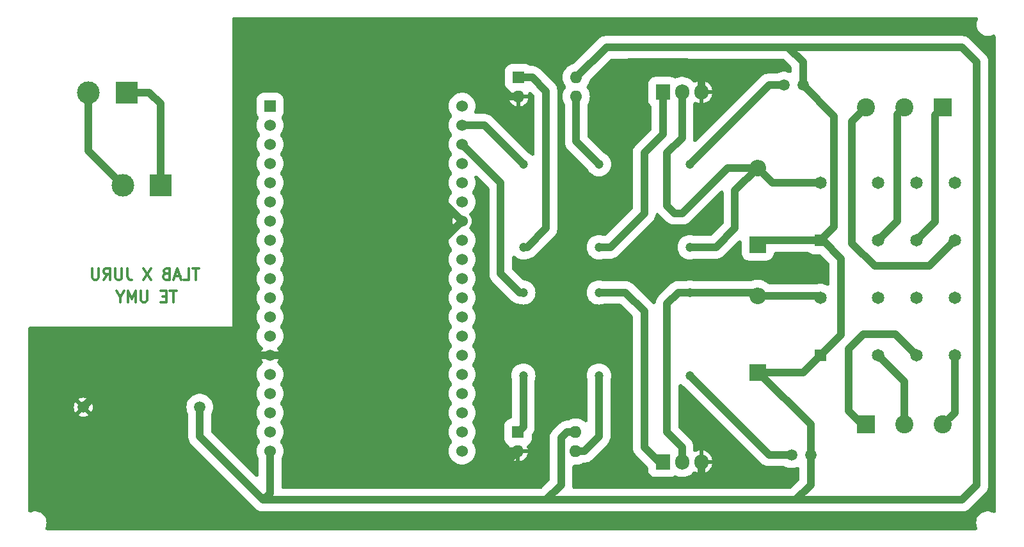
<source format=gbr>
%TF.GenerationSoftware,KiCad,Pcbnew,8.0.6-8.0.6-0~ubuntu22.04.1*%
%TF.CreationDate,2024-11-07T10:55:43+07:00*%
%TF.ProjectId,projectGATE,70726f6a-6563-4744-9741-54452e6b6963,rev?*%
%TF.SameCoordinates,Original*%
%TF.FileFunction,Copper,L2,Bot*%
%TF.FilePolarity,Positive*%
%FSLAX46Y46*%
G04 Gerber Fmt 4.6, Leading zero omitted, Abs format (unit mm)*
G04 Created by KiCad (PCBNEW 8.0.6-8.0.6-0~ubuntu22.04.1) date 2024-11-07 10:55:43*
%MOMM*%
%LPD*%
G01*
G04 APERTURE LIST*
%ADD10C,0.375000*%
%TA.AperFunction,NonConductor*%
%ADD11C,0.375000*%
%TD*%
%TA.AperFunction,ComponentPad*%
%ADD12R,2.200000X2.200000*%
%TD*%
%TA.AperFunction,ComponentPad*%
%ADD13O,2.200000X2.200000*%
%TD*%
%TA.AperFunction,ComponentPad*%
%ADD14R,3.000000X3.000000*%
%TD*%
%TA.AperFunction,ComponentPad*%
%ADD15C,3.000000*%
%TD*%
%TA.AperFunction,ComponentPad*%
%ADD16C,1.200000*%
%TD*%
%TA.AperFunction,ComponentPad*%
%ADD17R,1.650000X1.650000*%
%TD*%
%TA.AperFunction,ComponentPad*%
%ADD18C,1.650000*%
%TD*%
%TA.AperFunction,ComponentPad*%
%ADD19C,1.508000*%
%TD*%
%TA.AperFunction,ComponentPad*%
%ADD20R,1.600000X1.600000*%
%TD*%
%TA.AperFunction,ComponentPad*%
%ADD21O,1.600000X1.600000*%
%TD*%
%TA.AperFunction,ComponentPad*%
%ADD22R,1.530000X1.530000*%
%TD*%
%TA.AperFunction,ComponentPad*%
%ADD23C,1.530000*%
%TD*%
%TA.AperFunction,ComponentPad*%
%ADD24R,1.905000X2.000000*%
%TD*%
%TA.AperFunction,ComponentPad*%
%ADD25O,1.905000X2.000000*%
%TD*%
%TA.AperFunction,ComponentPad*%
%ADD26R,2.400000X2.400000*%
%TD*%
%TA.AperFunction,ComponentPad*%
%ADD27C,2.400000*%
%TD*%
%TA.AperFunction,Conductor*%
%ADD28C,1.000000*%
%TD*%
G04 APERTURE END LIST*
D10*
D11*
X108610432Y-110296928D02*
X107753290Y-110296928D01*
X108181861Y-111796928D02*
X108181861Y-110296928D01*
X106539004Y-111796928D02*
X107253290Y-111796928D01*
X107253290Y-111796928D02*
X107253290Y-110296928D01*
X106110432Y-111368357D02*
X105396147Y-111368357D01*
X106253289Y-111796928D02*
X105753289Y-110296928D01*
X105753289Y-110296928D02*
X105253289Y-111796928D01*
X104253290Y-111011214D02*
X104039004Y-111082642D01*
X104039004Y-111082642D02*
X103967575Y-111154071D01*
X103967575Y-111154071D02*
X103896147Y-111296928D01*
X103896147Y-111296928D02*
X103896147Y-111511214D01*
X103896147Y-111511214D02*
X103967575Y-111654071D01*
X103967575Y-111654071D02*
X104039004Y-111725500D01*
X104039004Y-111725500D02*
X104181861Y-111796928D01*
X104181861Y-111796928D02*
X104753290Y-111796928D01*
X104753290Y-111796928D02*
X104753290Y-110296928D01*
X104753290Y-110296928D02*
X104253290Y-110296928D01*
X104253290Y-110296928D02*
X104110433Y-110368357D01*
X104110433Y-110368357D02*
X104039004Y-110439785D01*
X104039004Y-110439785D02*
X103967575Y-110582642D01*
X103967575Y-110582642D02*
X103967575Y-110725500D01*
X103967575Y-110725500D02*
X104039004Y-110868357D01*
X104039004Y-110868357D02*
X104110433Y-110939785D01*
X104110433Y-110939785D02*
X104253290Y-111011214D01*
X104253290Y-111011214D02*
X104753290Y-111011214D01*
X102253290Y-110296928D02*
X101253290Y-111796928D01*
X101253290Y-110296928D02*
X102253290Y-111796928D01*
X99110433Y-110296928D02*
X99110433Y-111368357D01*
X99110433Y-111368357D02*
X99181862Y-111582642D01*
X99181862Y-111582642D02*
X99324719Y-111725500D01*
X99324719Y-111725500D02*
X99539005Y-111796928D01*
X99539005Y-111796928D02*
X99681862Y-111796928D01*
X98396148Y-110296928D02*
X98396148Y-111511214D01*
X98396148Y-111511214D02*
X98324719Y-111654071D01*
X98324719Y-111654071D02*
X98253291Y-111725500D01*
X98253291Y-111725500D02*
X98110433Y-111796928D01*
X98110433Y-111796928D02*
X97824719Y-111796928D01*
X97824719Y-111796928D02*
X97681862Y-111725500D01*
X97681862Y-111725500D02*
X97610433Y-111654071D01*
X97610433Y-111654071D02*
X97539005Y-111511214D01*
X97539005Y-111511214D02*
X97539005Y-110296928D01*
X95967576Y-111796928D02*
X96467576Y-111082642D01*
X96824719Y-111796928D02*
X96824719Y-110296928D01*
X96824719Y-110296928D02*
X96253290Y-110296928D01*
X96253290Y-110296928D02*
X96110433Y-110368357D01*
X96110433Y-110368357D02*
X96039004Y-110439785D01*
X96039004Y-110439785D02*
X95967576Y-110582642D01*
X95967576Y-110582642D02*
X95967576Y-110796928D01*
X95967576Y-110796928D02*
X96039004Y-110939785D01*
X96039004Y-110939785D02*
X96110433Y-111011214D01*
X96110433Y-111011214D02*
X96253290Y-111082642D01*
X96253290Y-111082642D02*
X96824719Y-111082642D01*
X95324719Y-110296928D02*
X95324719Y-111511214D01*
X95324719Y-111511214D02*
X95253290Y-111654071D01*
X95253290Y-111654071D02*
X95181862Y-111725500D01*
X95181862Y-111725500D02*
X95039004Y-111796928D01*
X95039004Y-111796928D02*
X94753290Y-111796928D01*
X94753290Y-111796928D02*
X94610433Y-111725500D01*
X94610433Y-111725500D02*
X94539004Y-111654071D01*
X94539004Y-111654071D02*
X94467576Y-111511214D01*
X94467576Y-111511214D02*
X94467576Y-110296928D01*
D10*
D11*
X105610432Y-113296928D02*
X104753290Y-113296928D01*
X105181861Y-114796928D02*
X105181861Y-113296928D01*
X104253290Y-114011214D02*
X103753290Y-114011214D01*
X103539004Y-114796928D02*
X104253290Y-114796928D01*
X104253290Y-114796928D02*
X104253290Y-113296928D01*
X104253290Y-113296928D02*
X103539004Y-113296928D01*
X101753290Y-113296928D02*
X101753290Y-114511214D01*
X101753290Y-114511214D02*
X101681861Y-114654071D01*
X101681861Y-114654071D02*
X101610433Y-114725500D01*
X101610433Y-114725500D02*
X101467575Y-114796928D01*
X101467575Y-114796928D02*
X101181861Y-114796928D01*
X101181861Y-114796928D02*
X101039004Y-114725500D01*
X101039004Y-114725500D02*
X100967575Y-114654071D01*
X100967575Y-114654071D02*
X100896147Y-114511214D01*
X100896147Y-114511214D02*
X100896147Y-113296928D01*
X100181861Y-114796928D02*
X100181861Y-113296928D01*
X100181861Y-113296928D02*
X99681861Y-114368357D01*
X99681861Y-114368357D02*
X99181861Y-113296928D01*
X99181861Y-113296928D02*
X99181861Y-114796928D01*
X98181860Y-114082642D02*
X98181860Y-114796928D01*
X98681860Y-113296928D02*
X98181860Y-114082642D01*
X98181860Y-114082642D02*
X97681860Y-113296928D01*
D12*
%TO.P,D4,1,K*%
%TO.N,5V*%
X182507500Y-124080000D03*
D13*
%TO.P,D4,2,A*%
%TO.N,Net-(D4-A)*%
X182507500Y-113920000D03*
%TD*%
D14*
%TO.P,J1,1,1*%
%TO.N,Net-(PS1-AC1)*%
X99000000Y-87000000D03*
D15*
%TO.P,J1,2,2*%
%TO.N,Net-(PS1-AC2)*%
X93920000Y-87000000D03*
%TD*%
D16*
%TO.P,R8,1*%
%TO.N,Net-(U1-IO23)*%
X151507500Y-96500000D03*
%TO.P,R8,2*%
%TO.N,Net-(R8-Pad2)*%
X151507500Y-107500000D03*
%TD*%
D17*
%TO.P,K1,1*%
%TO.N,5V*%
X190807500Y-106620000D03*
D18*
%TO.P,K1,4*%
%TO.N,Net-(J2-Pad2)*%
X198427500Y-106620000D03*
%TO.P,K1,6*%
%TO.N,Net-(J2-Pad1)*%
X203507500Y-106620000D03*
%TO.P,K1,8*%
%TO.N,Net-(J2-Pad3)*%
X208587500Y-106620000D03*
%TO.P,K1,9*%
%TO.N,unconnected-(K1-Pad9)*%
X208587500Y-99000000D03*
%TO.P,K1,11*%
%TO.N,unconnected-(K1-Pad11)*%
X203507500Y-99000000D03*
%TO.P,K1,13*%
%TO.N,unconnected-(K1-Pad13)*%
X198427500Y-99000000D03*
%TO.P,K1,16*%
%TO.N,Net-(D3-A)*%
X190807500Y-99000000D03*
%TD*%
D19*
%TO.P,D1,1*%
%TO.N,5V*%
X188507500Y-86000000D03*
%TO.P,D1,2*%
%TO.N,Net-(D1-Pad2)*%
X185967500Y-86000000D03*
%TD*%
D20*
%TO.P,U2,1*%
%TO.N,Net-(R8-Pad2)*%
X150887500Y-85000000D03*
D21*
%TO.P,U2,2*%
%TO.N,GND*%
X150887500Y-87540000D03*
%TO.P,U2,3*%
%TO.N,Net-(R9-Pad1)*%
X158507500Y-87540000D03*
%TO.P,U2,4*%
%TO.N,5V*%
X158507500Y-85000000D03*
%TD*%
D16*
%TO.P,R11,1*%
%TO.N,Net-(R11-Pad1)*%
X161507500Y-124500000D03*
%TO.P,R11,2*%
%TO.N,Net-(Q2-B)*%
X161507500Y-113500000D03*
%TD*%
D22*
%TO.P,U1,1,3V3*%
%TO.N,unconnected-(U1-3V3-Pad1)*%
X118000000Y-88800000D03*
D23*
%TO.P,U1,2,EN*%
%TO.N,unconnected-(U1-EN-Pad2)*%
X118000000Y-91340000D03*
%TO.P,U1,3,SENSOR_VP*%
%TO.N,unconnected-(U1-SENSOR_VP-Pad3)*%
X118000000Y-93880000D03*
%TO.P,U1,4,SENSOR_VN*%
%TO.N,unconnected-(U1-SENSOR_VN-Pad4)*%
X118000000Y-96420000D03*
%TO.P,U1,5,IO34*%
%TO.N,unconnected-(U1-IO34-Pad5)*%
X118000000Y-98960000D03*
%TO.P,U1,6,IO35*%
%TO.N,unconnected-(U1-IO35-Pad6)*%
X118000000Y-101500000D03*
%TO.P,U1,7,IO32*%
%TO.N,unconnected-(U1-IO32-Pad7)*%
X118000000Y-104040000D03*
%TO.P,U1,8,IO33*%
%TO.N,unconnected-(U1-IO33-Pad8)*%
X118000000Y-106580000D03*
%TO.P,U1,9,IO25*%
%TO.N,unconnected-(U1-IO25-Pad9)*%
X118000000Y-109120000D03*
%TO.P,U1,10,IO26*%
%TO.N,unconnected-(U1-IO26-Pad10)*%
X118000000Y-111660000D03*
%TO.P,U1,11,IO27*%
%TO.N,unconnected-(U1-IO27-Pad11)*%
X118000000Y-114200000D03*
%TO.P,U1,12,IO14*%
%TO.N,unconnected-(U1-IO14-Pad12)*%
X118000000Y-116740000D03*
%TO.P,U1,13,IO12*%
%TO.N,unconnected-(U1-IO12-Pad13)*%
X118000000Y-119280000D03*
%TO.P,U1,14,GND1*%
%TO.N,GND*%
X118000000Y-121820000D03*
%TO.P,U1,15,IO13*%
%TO.N,unconnected-(U1-IO13-Pad15)*%
X118000000Y-124360000D03*
%TO.P,U1,16,SD2*%
%TO.N,unconnected-(U1-SD2-Pad16)*%
X118000000Y-126900000D03*
%TO.P,U1,17,SD3*%
%TO.N,unconnected-(U1-SD3-Pad17)*%
X118000000Y-129440000D03*
%TO.P,U1,18,CMD*%
%TO.N,unconnected-(U1-CMD-Pad18)*%
X118000000Y-131980000D03*
%TO.P,U1,19,EXT_5V*%
%TO.N,5V*%
X118000000Y-134520000D03*
%TO.P,U1,20,CLK*%
%TO.N,unconnected-(U1-CLK-Pad20)*%
X143400000Y-134520000D03*
%TO.P,U1,21,SD0*%
%TO.N,unconnected-(U1-SD0-Pad21)*%
X143400000Y-131980000D03*
%TO.P,U1,22,SD1*%
%TO.N,unconnected-(U1-SD1-Pad22)*%
X143400000Y-129440000D03*
%TO.P,U1,23,IO15*%
%TO.N,unconnected-(U1-IO15-Pad23)*%
X143400000Y-126900000D03*
%TO.P,U1,24,IO2*%
%TO.N,unconnected-(U1-IO2-Pad24)*%
X143400000Y-124360000D03*
%TO.P,U1,25,IO0*%
%TO.N,unconnected-(U1-IO0-Pad25)*%
X143400000Y-121820000D03*
%TO.P,U1,26,IO4*%
%TO.N,unconnected-(U1-IO4-Pad26)*%
X143400000Y-119280000D03*
%TO.P,U1,27,IO16*%
%TO.N,unconnected-(U1-IO16-Pad27)*%
X143400000Y-116740000D03*
%TO.P,U1,28,IO17*%
%TO.N,unconnected-(U1-IO17-Pad28)*%
X143400000Y-114200000D03*
%TO.P,U1,29,IO5*%
%TO.N,unconnected-(U1-IO5-Pad29)*%
X143400000Y-111660000D03*
%TO.P,U1,30,IO18*%
%TO.N,unconnected-(U1-IO18-Pad30)*%
X143400000Y-109120000D03*
%TO.P,U1,31,IO19*%
%TO.N,unconnected-(U1-IO19-Pad31)*%
X143400000Y-106580000D03*
%TO.P,U1,32,GND2*%
%TO.N,GND*%
X143400000Y-104040000D03*
%TO.P,U1,33,IO21*%
%TO.N,unconnected-(U1-IO21-Pad33)*%
X143400000Y-101500000D03*
%TO.P,U1,34,RXD0*%
%TO.N,unconnected-(U1-RXD0-Pad34)*%
X143400000Y-98960000D03*
%TO.P,U1,35,TXD0*%
%TO.N,unconnected-(U1-TXD0-Pad35)*%
X143400000Y-96420000D03*
%TO.P,U1,36,IO22*%
%TO.N,Net-(U1-IO22)*%
X143400000Y-93880000D03*
%TO.P,U1,37,IO23*%
%TO.N,Net-(U1-IO23)*%
X143400000Y-91340000D03*
%TO.P,U1,38,GND3*%
%TO.N,unconnected-(U1-GND3-Pad38)*%
X143400000Y-88800000D03*
%TD*%
D16*
%TO.P,R10,1*%
%TO.N,Net-(D1-Pad2)*%
X173507500Y-96500000D03*
%TO.P,R10,2*%
%TO.N,Net-(D3-A)*%
X173507500Y-107500000D03*
%TD*%
D24*
%TO.P,Q3,1,B*%
%TO.N,Net-(Q3-B)*%
X169967500Y-86945000D03*
D25*
%TO.P,Q3,2,C*%
%TO.N,Net-(D3-A)*%
X172507500Y-86945000D03*
%TO.P,Q3,3,E*%
%TO.N,GND*%
X175047500Y-86945000D03*
%TD*%
D12*
%TO.P,D3,1,K*%
%TO.N,5V*%
X182507500Y-107160000D03*
D13*
%TO.P,D3,2,A*%
%TO.N,Net-(D3-A)*%
X182507500Y-97000000D03*
%TD*%
D19*
%TO.P,D2,1*%
%TO.N,5V*%
X189507500Y-135000000D03*
%TO.P,D2,2*%
%TO.N,Net-(D2-Pad2)*%
X186967500Y-135000000D03*
%TD*%
D14*
%TO.P,PS1,1,AC1*%
%TO.N,Net-(PS1-AC1)*%
X103500000Y-99300000D03*
D15*
%TO.P,PS1,2,AC2*%
%TO.N,Net-(PS1-AC2)*%
X98500000Y-99300000D03*
D19*
%TO.P,PS1,3,-VO*%
%TO.N,5V*%
X108700000Y-128700000D03*
%TO.P,PS1,4,+VO*%
%TO.N,GND*%
X93300000Y-128700000D03*
%TD*%
D24*
%TO.P,Q2,1,B*%
%TO.N,Net-(Q2-B)*%
X169967500Y-135945000D03*
D25*
%TO.P,Q2,2,C*%
%TO.N,Net-(D4-A)*%
X172507500Y-135945000D03*
%TO.P,Q2,3,E*%
%TO.N,GND*%
X175047500Y-135945000D03*
%TD*%
D16*
%TO.P,R7,1*%
%TO.N,Net-(U1-IO22)*%
X151507500Y-113500000D03*
%TO.P,R7,2*%
%TO.N,Net-(R7-Pad2)*%
X151507500Y-124500000D03*
%TD*%
D20*
%TO.P,U3,1*%
%TO.N,Net-(R7-Pad2)*%
X150807500Y-132000000D03*
D21*
%TO.P,U3,2*%
%TO.N,GND*%
X150807500Y-134540000D03*
%TO.P,U3,3*%
%TO.N,Net-(R11-Pad1)*%
X158427500Y-134540000D03*
%TO.P,U3,4*%
%TO.N,5V*%
X158427500Y-132000000D03*
%TD*%
D26*
%TO.P,J3,1,1*%
%TO.N,Net-(J3-Pad1)*%
X196840000Y-131000000D03*
D27*
%TO.P,J3,2,2*%
%TO.N,Net-(J3-Pad2)*%
X201920000Y-131000000D03*
%TO.P,J3,3,3*%
%TO.N,Net-(J3-Pad3)*%
X207000000Y-131000000D03*
%TD*%
D16*
%TO.P,R12,1*%
%TO.N,Net-(D2-Pad2)*%
X173507500Y-124500000D03*
%TO.P,R12,2*%
%TO.N,Net-(D4-A)*%
X173507500Y-113500000D03*
%TD*%
D17*
%TO.P,K2,1*%
%TO.N,5V*%
X190807500Y-121810000D03*
D18*
%TO.P,K2,4*%
%TO.N,Net-(J3-Pad2)*%
X198427500Y-121810000D03*
%TO.P,K2,6*%
%TO.N,Net-(J3-Pad1)*%
X203507500Y-121810000D03*
%TO.P,K2,8*%
%TO.N,Net-(J3-Pad3)*%
X208587500Y-121810000D03*
%TO.P,K2,9*%
%TO.N,unconnected-(K2-Pad9)*%
X208587500Y-114190000D03*
%TO.P,K2,11*%
%TO.N,unconnected-(K2-Pad11)*%
X203507500Y-114190000D03*
%TO.P,K2,13*%
%TO.N,unconnected-(K2-Pad13)*%
X198427500Y-114190000D03*
%TO.P,K2,16*%
%TO.N,Net-(D4-A)*%
X190807500Y-114190000D03*
%TD*%
D26*
%TO.P,J2,1,1*%
%TO.N,Net-(J2-Pad1)*%
X207000000Y-89000000D03*
D27*
%TO.P,J2,2,2*%
%TO.N,Net-(J2-Pad2)*%
X201920000Y-89000000D03*
%TO.P,J2,3,3*%
%TO.N,Net-(J2-Pad3)*%
X196840000Y-89000000D03*
%TD*%
D16*
%TO.P,R9,1*%
%TO.N,Net-(R9-Pad1)*%
X161507500Y-96500000D03*
%TO.P,R9,2*%
%TO.N,Net-(Q3-B)*%
X161507500Y-107500000D03*
%TD*%
D28*
%TO.N,Net-(D1-Pad2)*%
X184007500Y-86000000D02*
X173507500Y-96500000D01*
X185967500Y-86000000D02*
X184007500Y-86000000D01*
%TO.N,Net-(D2-Pad2)*%
X184007500Y-135000000D02*
X186967500Y-135000000D01*
X173507500Y-124500000D02*
X184007500Y-135000000D01*
%TO.N,Net-(D3-A)*%
X178507500Y-97000000D02*
X182507500Y-97000000D01*
X170507500Y-102000000D02*
X171507500Y-103000000D01*
X184507500Y-99000000D02*
X182507500Y-97000000D01*
X177007500Y-107500000D02*
X173507500Y-107500000D01*
X172507500Y-86945000D02*
X172507500Y-93000000D01*
X179507500Y-105000000D02*
X177007500Y-107500000D01*
X182507500Y-97000000D02*
X179507500Y-100000000D01*
X172507500Y-93000000D02*
X170507500Y-95000000D01*
X171507500Y-103000000D02*
X172507500Y-103000000D01*
X190807500Y-99000000D02*
X184507500Y-99000000D01*
X179507500Y-100000000D02*
X179507500Y-105000000D01*
X170507500Y-95000000D02*
X170507500Y-102000000D01*
X172507500Y-103000000D02*
X178507500Y-97000000D01*
%TO.N,Net-(D4-A)*%
X172007500Y-113500000D02*
X170507500Y-115000000D01*
X190537500Y-113920000D02*
X190807500Y-114190000D01*
X182087500Y-113500000D02*
X182507500Y-113920000D01*
X172507500Y-134000000D02*
X172507500Y-135945000D01*
X170507500Y-132000000D02*
X172507500Y-134000000D01*
X182507500Y-113920000D02*
X190537500Y-113920000D01*
X173507500Y-113500000D02*
X172007500Y-113500000D01*
X173507500Y-113500000D02*
X182087500Y-113500000D01*
X170507500Y-115000000D02*
X170507500Y-132000000D01*
%TO.N,Net-(J2-Pad2)*%
X198427500Y-106620000D02*
X201000000Y-104047500D01*
X201000000Y-89920000D02*
X201920000Y-89000000D01*
X201000000Y-104047500D02*
X201000000Y-89920000D01*
%TO.N,Net-(J2-Pad3)*%
X196347500Y-89160000D02*
X196347500Y-89000000D01*
X208587500Y-106620000D02*
X205207500Y-110000000D01*
X195000000Y-107000000D02*
X195000000Y-90840000D01*
X195000000Y-90840000D02*
X196840000Y-89000000D01*
X205207500Y-110000000D02*
X198000000Y-110000000D01*
X198000000Y-110000000D02*
X195000000Y-107000000D01*
%TO.N,Net-(J2-Pad1)*%
X206000000Y-104127500D02*
X206000000Y-90000000D01*
X206000000Y-90000000D02*
X207000000Y-89000000D01*
X203507500Y-106620000D02*
X206000000Y-104127500D01*
%TO.N,Net-(J3-Pad2)*%
X198427500Y-121810000D02*
X201920000Y-125302500D01*
X201920000Y-125302500D02*
X201920000Y-131000000D01*
%TO.N,Net-(J3-Pad1)*%
X196507500Y-119000000D02*
X194507500Y-121000000D01*
X200697500Y-119000000D02*
X203507500Y-121810000D01*
X194507500Y-121000000D02*
X194507500Y-129160000D01*
X194507500Y-129160000D02*
X196347500Y-131000000D01*
X196507500Y-119000000D02*
X200697500Y-119000000D01*
%TO.N,Net-(J3-Pad3)*%
X208587500Y-121810000D02*
X208587500Y-129412500D01*
X208587500Y-129412500D02*
X207000000Y-131000000D01*
%TO.N,GND*%
X133507500Y-134000000D02*
X137507500Y-138000000D01*
X156507500Y-107000000D02*
X156507500Y-117000000D01*
X118000000Y-121820000D02*
X125620000Y-121820000D01*
X140507500Y-87000000D02*
X141507500Y-86000000D01*
X164507500Y-99000000D02*
X156507500Y-107000000D01*
X173102500Y-83000000D02*
X165507500Y-83000000D01*
X149507500Y-119000000D02*
X154507500Y-119000000D01*
X166507500Y-139000000D02*
X173507500Y-139000000D01*
X125620000Y-121820000D02*
X130327500Y-121820000D01*
X148216130Y-86000000D02*
X149756130Y-87540000D01*
X143400000Y-104040000D02*
X140507500Y-101147500D01*
X118000000Y-121820000D02*
X100180000Y-121820000D01*
X100180000Y-121820000D02*
X93300000Y-128700000D01*
X175047500Y-84945000D02*
X173102500Y-83000000D01*
X154507500Y-119000000D02*
X162507500Y-119000000D01*
X164507500Y-84000000D02*
X164507500Y-99000000D01*
X175047500Y-137460000D02*
X175047500Y-135945000D01*
X165507500Y-83000000D02*
X164507500Y-84000000D01*
X141507500Y-86000000D02*
X148216130Y-86000000D01*
X125620000Y-121820000D02*
X143400000Y-104040000D01*
X175047500Y-86945000D02*
X175047500Y-84945000D01*
X130327500Y-121820000D02*
X133507500Y-125000000D01*
X156507500Y-117000000D02*
X154507500Y-119000000D01*
X133507500Y-125000000D02*
X133507500Y-134000000D01*
X173507500Y-139000000D02*
X175047500Y-137460000D01*
X149047500Y-134540000D02*
X147507500Y-133000000D01*
X164507500Y-137000000D02*
X166507500Y-139000000D01*
X150807500Y-134540000D02*
X149047500Y-134540000D01*
X137507500Y-138000000D02*
X147347500Y-138000000D01*
X149756130Y-87540000D02*
X150887500Y-87540000D01*
X164507500Y-121000000D02*
X164507500Y-137000000D01*
X147507500Y-121000000D02*
X149507500Y-119000000D01*
X140507500Y-101147500D02*
X140507500Y-87000000D01*
X162507500Y-119000000D02*
X164507500Y-121000000D01*
X147507500Y-133000000D02*
X147507500Y-121000000D01*
X147347500Y-138000000D02*
X150807500Y-134540000D01*
%TO.N,Net-(Q2-B)*%
X169452500Y-135945000D02*
X169967500Y-135945000D01*
X167507500Y-134000000D02*
X169452500Y-135945000D01*
X161507500Y-113500000D02*
X165007500Y-113500000D01*
X165007500Y-113500000D02*
X167507500Y-116000000D01*
X167507500Y-116000000D02*
X167507500Y-134000000D01*
%TO.N,Net-(U1-IO23)*%
X143400000Y-91340000D02*
X146347500Y-91340000D01*
X146347500Y-91340000D02*
X151507500Y-96500000D01*
%TO.N,Net-(U1-IO22)*%
X151007500Y-113500000D02*
X151507500Y-113500000D01*
X148507500Y-111000000D02*
X151007500Y-113500000D01*
X143400000Y-93880000D02*
X148507500Y-98987500D01*
X148507500Y-98987500D02*
X148507500Y-111000000D01*
%TO.N,5V*%
X183047500Y-106620000D02*
X182507500Y-107160000D01*
X182587500Y-124080000D02*
X189507500Y-131000000D01*
X193507500Y-109000000D02*
X193507500Y-119110000D01*
X192632500Y-104795000D02*
X190807500Y-106620000D01*
X162507500Y-81000000D02*
X186507500Y-81000000D01*
X187507500Y-141000000D02*
X189507500Y-139000000D01*
X117087500Y-141000000D02*
X108700000Y-132612500D01*
X190807500Y-106620000D02*
X183047500Y-106620000D01*
X188537500Y-124080000D02*
X190807500Y-121810000D01*
X193507500Y-119110000D02*
X190807500Y-121810000D01*
X188507500Y-86000000D02*
X192632500Y-90125000D01*
X209507500Y-81000000D02*
X186507500Y-81000000D01*
X158507500Y-85000000D02*
X162507500Y-81000000D01*
X192632500Y-90125000D02*
X192632500Y-104795000D01*
X156507500Y-139000000D02*
X154507500Y-141000000D01*
X189507500Y-139000000D02*
X189507500Y-135000000D01*
X117087500Y-141000000D02*
X154507500Y-141000000D01*
X187507500Y-141000000D02*
X209507500Y-141000000D01*
X118000000Y-134520000D02*
X118000000Y-140087500D01*
X118000000Y-140087500D02*
X117087500Y-141000000D01*
X188507500Y-83000000D02*
X188507500Y-86000000D01*
X190807500Y-106620000D02*
X191127500Y-106620000D01*
X156507500Y-132788630D02*
X156507500Y-139000000D01*
X108700000Y-132612500D02*
X108700000Y-128700000D01*
X191127500Y-106620000D02*
X193507500Y-109000000D01*
X209507500Y-141000000D02*
X211507500Y-139000000D01*
X182507500Y-124080000D02*
X188537500Y-124080000D01*
X186507500Y-81000000D02*
X188507500Y-83000000D01*
X211507500Y-139000000D02*
X211507500Y-83000000D01*
X158427500Y-132000000D02*
X157296130Y-132000000D01*
X157296130Y-132000000D02*
X156507500Y-132788630D01*
X182507500Y-124080000D02*
X182587500Y-124080000D01*
X189507500Y-131000000D02*
X189507500Y-135000000D01*
X211507500Y-83000000D02*
X209507500Y-81000000D01*
X154507500Y-141000000D02*
X187507500Y-141000000D01*
%TO.N,Net-(R7-Pad2)*%
X151507500Y-131300000D02*
X150807500Y-132000000D01*
X151507500Y-124500000D02*
X151507500Y-131300000D01*
%TO.N,Net-(R8-Pad2)*%
X152007500Y-107500000D02*
X151507500Y-107500000D01*
X152687500Y-85000000D02*
X154507500Y-86820000D01*
X150887500Y-85000000D02*
X152687500Y-85000000D01*
X154507500Y-86820000D02*
X154507500Y-105000000D01*
X154507500Y-105000000D02*
X152007500Y-107500000D01*
%TO.N,Net-(R9-Pad1)*%
X158507500Y-87540000D02*
X158507500Y-93500000D01*
X158507500Y-93500000D02*
X161507500Y-96500000D01*
%TO.N,Net-(R11-Pad1)*%
X161507500Y-132591370D02*
X159558870Y-134540000D01*
X161507500Y-124500000D02*
X161507500Y-132591370D01*
X159558870Y-134540000D02*
X158427500Y-134540000D01*
%TO.N,Net-(Q3-B)*%
X169967500Y-92540000D02*
X167507500Y-95000000D01*
X167507500Y-95000000D02*
X167507500Y-103000000D01*
X167507500Y-103000000D02*
X163007500Y-107500000D01*
X169967500Y-86945000D02*
X169562500Y-86945000D01*
X169967500Y-86945000D02*
X169967500Y-92540000D01*
X163007500Y-107500000D02*
X161507500Y-107500000D01*
%TO.N,Net-(PS1-AC1)*%
X102000000Y-87000000D02*
X103500000Y-88500000D01*
X103500000Y-88500000D02*
X103500000Y-99300000D01*
X99000000Y-87000000D02*
X102000000Y-87000000D01*
%TO.N,Net-(PS1-AC2)*%
X93920000Y-94720000D02*
X98500000Y-99300000D01*
X93920000Y-87000000D02*
X93920000Y-94720000D01*
%TD*%
%TA.AperFunction,Conductor*%
%TO.N,GND*%
G36*
X211514300Y-77018954D02*
G01*
X211595082Y-77072930D01*
X211649058Y-77153712D01*
X211668012Y-77249000D01*
X211649058Y-77344288D01*
X211647060Y-77348974D01*
X211578365Y-77505584D01*
X211575936Y-77511122D01*
X211575935Y-77511125D01*
X211514894Y-77752168D01*
X211514892Y-77752176D01*
X211494357Y-78000000D01*
X211514892Y-78247823D01*
X211514894Y-78247831D01*
X211575935Y-78488874D01*
X211575936Y-78488878D01*
X211675825Y-78716603D01*
X211675828Y-78716608D01*
X211811830Y-78924778D01*
X211811836Y-78924785D01*
X211980248Y-79107730D01*
X211980252Y-79107733D01*
X211980256Y-79107738D01*
X211980260Y-79107741D01*
X211980261Y-79107742D01*
X212176485Y-79260470D01*
X212176487Y-79260471D01*
X212176491Y-79260474D01*
X212395190Y-79378828D01*
X212426396Y-79389541D01*
X212630378Y-79459569D01*
X212630382Y-79459569D01*
X212630386Y-79459571D01*
X212875665Y-79500500D01*
X213124335Y-79500500D01*
X213369614Y-79459571D01*
X213369618Y-79459569D01*
X213369621Y-79459569D01*
X213423907Y-79440932D01*
X213604810Y-79378828D01*
X213632489Y-79363848D01*
X213725309Y-79335166D01*
X213822044Y-79344187D01*
X213907963Y-79389541D01*
X213969987Y-79464322D01*
X213998671Y-79557146D01*
X214000000Y-79582837D01*
X214000000Y-142460456D01*
X213981046Y-142555744D01*
X213927070Y-142636526D01*
X213846288Y-142690502D01*
X213751000Y-142709456D01*
X213655712Y-142690502D01*
X213632489Y-142679445D01*
X213524811Y-142621172D01*
X213289621Y-142540430D01*
X213289610Y-142540428D01*
X213044335Y-142499500D01*
X212795665Y-142499500D01*
X212550389Y-142540428D01*
X212550378Y-142540430D01*
X212315188Y-142621172D01*
X212096485Y-142739529D01*
X211900261Y-142892257D01*
X211900248Y-142892269D01*
X211731836Y-143075214D01*
X211731830Y-143075221D01*
X211595828Y-143283391D01*
X211595825Y-143283396D01*
X211495936Y-143511121D01*
X211495935Y-143511125D01*
X211434894Y-143752168D01*
X211434892Y-143752176D01*
X211414357Y-144000000D01*
X211434892Y-144247823D01*
X211434894Y-144247831D01*
X211487195Y-144454361D01*
X211495937Y-144488881D01*
X211567040Y-144650980D01*
X211587959Y-144745854D01*
X211570978Y-144841514D01*
X211518683Y-144923393D01*
X211439034Y-144979028D01*
X211344158Y-144999947D01*
X211339012Y-145000000D01*
X88500988Y-145000000D01*
X88405700Y-144981046D01*
X88324918Y-144927070D01*
X88270942Y-144846288D01*
X88251988Y-144751000D01*
X88270942Y-144655712D01*
X88272939Y-144651025D01*
X88344063Y-144488881D01*
X88405108Y-144247821D01*
X88425643Y-144000000D01*
X88405108Y-143752179D01*
X88344063Y-143511119D01*
X88244173Y-143283393D01*
X88190997Y-143202001D01*
X88108169Y-143075221D01*
X88108163Y-143075214D01*
X87939751Y-142892269D01*
X87939747Y-142892265D01*
X87939744Y-142892262D01*
X87939738Y-142892257D01*
X87743514Y-142739529D01*
X87743510Y-142739526D01*
X87743509Y-142739526D01*
X87632489Y-142679445D01*
X87524811Y-142621172D01*
X87289621Y-142540430D01*
X87289610Y-142540428D01*
X87044335Y-142499500D01*
X86795665Y-142499500D01*
X86550389Y-142540428D01*
X86550378Y-142540430D01*
X86329851Y-142616139D01*
X86233571Y-142629153D01*
X86139641Y-142604331D01*
X86062359Y-142545453D01*
X86013492Y-142461482D01*
X86000000Y-142380631D01*
X86000000Y-128699994D01*
X92041210Y-128699994D01*
X92041210Y-128700005D01*
X92060332Y-128918580D01*
X92117123Y-129130529D01*
X92209857Y-129329397D01*
X92254002Y-129392442D01*
X92254003Y-129392442D01*
X92817037Y-128829408D01*
X92834075Y-128892993D01*
X92899901Y-129007007D01*
X92992993Y-129100099D01*
X93107007Y-129165925D01*
X93170589Y-129182962D01*
X92607556Y-129745995D01*
X92607556Y-129745996D01*
X92670605Y-129790144D01*
X92869470Y-129882876D01*
X93081419Y-129939667D01*
X93299994Y-129958790D01*
X93300006Y-129958790D01*
X93518580Y-129939667D01*
X93730529Y-129882876D01*
X93929392Y-129790145D01*
X93929395Y-129790143D01*
X93992442Y-129745996D01*
X93429408Y-129182962D01*
X93492993Y-129165925D01*
X93607007Y-129100099D01*
X93700099Y-129007007D01*
X93765925Y-128892993D01*
X93782962Y-128829408D01*
X94345996Y-129392442D01*
X94390143Y-129329395D01*
X94390145Y-129329392D01*
X94482876Y-129130529D01*
X94539667Y-128918580D01*
X94558790Y-128700005D01*
X94558790Y-128700000D01*
X106940580Y-128700000D01*
X106960230Y-128962225D01*
X107018744Y-129218592D01*
X107114817Y-129463386D01*
X107166139Y-129552276D01*
X107197370Y-129644275D01*
X107199500Y-129676778D01*
X107199500Y-132730587D01*
X107199501Y-132730603D01*
X107233100Y-132942738D01*
X107236447Y-132963868D01*
X107240850Y-132977418D01*
X107308041Y-133184213D01*
X107309432Y-133188492D01*
X107416657Y-133398934D01*
X107555483Y-133590010D01*
X115942983Y-141977510D01*
X115942982Y-141977510D01*
X116109988Y-142144515D01*
X116109990Y-142144517D01*
X116301066Y-142283343D01*
X116511508Y-142390568D01*
X116736132Y-142463553D01*
X116969408Y-142500500D01*
X116969412Y-142500500D01*
X209625588Y-142500500D01*
X209625592Y-142500500D01*
X209858868Y-142463553D01*
X210083492Y-142390568D01*
X210293934Y-142283343D01*
X210485010Y-142144517D01*
X212652017Y-139977510D01*
X212790843Y-139786434D01*
X212898068Y-139575992D01*
X212971053Y-139351369D01*
X213008000Y-139118092D01*
X213008000Y-138881908D01*
X213008000Y-82881908D01*
X212971053Y-82648632D01*
X212898068Y-82424008D01*
X212790843Y-82213566D01*
X212652017Y-82022490D01*
X210485010Y-79855483D01*
X210293934Y-79716657D01*
X210083492Y-79609432D01*
X210083489Y-79609431D01*
X210083484Y-79609429D01*
X209954984Y-79567677D01*
X209858868Y-79536447D01*
X209858866Y-79536446D01*
X209858864Y-79536446D01*
X209625603Y-79499501D01*
X209625594Y-79499500D01*
X209625592Y-79499500D01*
X186625592Y-79499500D01*
X162389408Y-79499500D01*
X162389405Y-79499500D01*
X162389396Y-79499501D01*
X162156135Y-79536446D01*
X161931515Y-79609429D01*
X161931510Y-79609431D01*
X161721066Y-79716657D01*
X161529992Y-79855481D01*
X158207270Y-83178201D01*
X158126488Y-83232177D01*
X158104595Y-83240068D01*
X157847858Y-83319262D01*
X157847857Y-83319262D01*
X157604727Y-83436348D01*
X157381757Y-83588366D01*
X157183937Y-83771916D01*
X157015689Y-83982892D01*
X157015688Y-83982892D01*
X156880757Y-84216601D01*
X156880756Y-84216604D01*
X156782167Y-84467801D01*
X156782163Y-84467812D01*
X156722116Y-84730899D01*
X156701951Y-85000000D01*
X156722116Y-85269100D01*
X156782163Y-85532187D01*
X156782167Y-85532198D01*
X156824588Y-85640283D01*
X156880757Y-85783398D01*
X157015685Y-86017102D01*
X157015689Y-86017107D01*
X157093557Y-86114751D01*
X157138150Y-86201068D01*
X157146315Y-86297880D01*
X157116811Y-86390446D01*
X157093557Y-86425249D01*
X157015689Y-86522892D01*
X157015688Y-86522892D01*
X156880757Y-86756601D01*
X156880756Y-86756604D01*
X156782167Y-87007801D01*
X156782163Y-87007812D01*
X156722116Y-87270899D01*
X156701951Y-87540000D01*
X156722116Y-87809100D01*
X156782163Y-88072187D01*
X156782167Y-88072198D01*
X156801876Y-88122414D01*
X156880713Y-88323287D01*
X156880756Y-88323395D01*
X156880760Y-88323404D01*
X156973641Y-88484279D01*
X157004870Y-88576278D01*
X157007000Y-88608778D01*
X157007000Y-93618087D01*
X157007001Y-93618103D01*
X157043946Y-93851364D01*
X157043947Y-93851368D01*
X157116932Y-94075992D01*
X157224157Y-94286434D01*
X157362983Y-94477510D01*
X158740954Y-95855481D01*
X160015638Y-97130165D01*
X160069614Y-97210947D01*
X160077033Y-97228858D01*
X160208658Y-97443652D01*
X160208660Y-97443654D01*
X160208663Y-97443657D01*
X160208664Y-97443659D01*
X160372276Y-97635224D01*
X160563841Y-97798836D01*
X160563845Y-97798839D01*
X160563847Y-97798841D01*
X160724604Y-97897352D01*
X160778641Y-97930466D01*
X161011389Y-98026873D01*
X161256352Y-98085683D01*
X161328108Y-98091330D01*
X161507495Y-98105449D01*
X161507500Y-98105449D01*
X161507505Y-98105449D01*
X161665767Y-98092993D01*
X161758648Y-98085683D01*
X162003611Y-98026873D01*
X162236359Y-97930466D01*
X162364206Y-97852121D01*
X162451152Y-97798841D01*
X162451154Y-97798839D01*
X162451153Y-97798839D01*
X162451159Y-97798836D01*
X162642724Y-97635224D01*
X162806336Y-97443659D01*
X162806339Y-97443653D01*
X162806341Y-97443652D01*
X162879749Y-97323860D01*
X162937966Y-97228859D01*
X163034373Y-96996111D01*
X163093183Y-96751148D01*
X163112949Y-96500000D01*
X163093183Y-96248852D01*
X163034373Y-96003889D01*
X162937966Y-95771141D01*
X162876785Y-95671303D01*
X162806341Y-95556347D01*
X162806339Y-95556345D01*
X162806336Y-95556341D01*
X162642724Y-95364776D01*
X162451159Y-95201164D01*
X162451157Y-95201163D01*
X162451154Y-95201160D01*
X162451152Y-95201158D01*
X162236358Y-95069533D01*
X162218447Y-95062114D01*
X162137666Y-95008138D01*
X162137665Y-95008138D01*
X160080930Y-92951402D01*
X160026954Y-92870620D01*
X160008000Y-92775332D01*
X160008000Y-88608778D01*
X160026954Y-88513490D01*
X160041359Y-88484279D01*
X160048065Y-88472663D01*
X160134243Y-88323398D01*
X160232834Y-88072195D01*
X160292883Y-87809103D01*
X160313049Y-87540000D01*
X160292883Y-87270897D01*
X160254126Y-87101090D01*
X160232836Y-87007812D01*
X160232834Y-87007809D01*
X160232834Y-87007805D01*
X160134243Y-86756602D01*
X159999315Y-86522898D01*
X159999313Y-86522895D01*
X159999311Y-86522892D01*
X159999309Y-86522891D01*
X159993551Y-86515671D01*
X159921442Y-86425249D01*
X159876850Y-86338933D01*
X159868684Y-86242122D01*
X159898187Y-86149555D01*
X159921443Y-86114750D01*
X159951001Y-86077685D01*
X159999315Y-86017102D01*
X160134243Y-85783398D01*
X160232834Y-85532195D01*
X160256945Y-85426556D01*
X160296626Y-85337875D01*
X160323626Y-85305899D01*
X163056097Y-82573430D01*
X163136879Y-82519454D01*
X163232167Y-82500500D01*
X185782833Y-82500500D01*
X185878121Y-82519454D01*
X185958903Y-82573430D01*
X186934070Y-83548597D01*
X186988046Y-83629379D01*
X187007000Y-83724667D01*
X187007000Y-84156966D01*
X186988046Y-84252254D01*
X186934070Y-84333036D01*
X186853288Y-84387012D01*
X186758000Y-84405966D01*
X186662712Y-84387012D01*
X186649966Y-84381309D01*
X186610289Y-84362202D01*
X186359014Y-84284693D01*
X186359008Y-84284692D01*
X186143793Y-84252254D01*
X186098983Y-84245500D01*
X186098982Y-84245500D01*
X185836018Y-84245500D01*
X185836017Y-84245500D01*
X185575985Y-84284693D01*
X185324710Y-84362202D01*
X185324705Y-84362204D01*
X185090814Y-84474841D01*
X184996739Y-84499108D01*
X184982777Y-84499500D01*
X183889408Y-84499500D01*
X183889405Y-84499500D01*
X183889396Y-84499501D01*
X183656135Y-84536446D01*
X183431515Y-84609429D01*
X183431510Y-84609431D01*
X183431508Y-84609431D01*
X183431508Y-84609432D01*
X183221066Y-84716657D01*
X183029992Y-84855481D01*
X174406978Y-93478493D01*
X174326196Y-93532469D01*
X174230908Y-93551423D01*
X174135620Y-93532469D01*
X174054838Y-93478493D01*
X174000862Y-93397711D01*
X173981908Y-93302423D01*
X173984973Y-93263478D01*
X174008000Y-93118092D01*
X174008000Y-92881908D01*
X174008000Y-88499357D01*
X174026954Y-88404069D01*
X174080930Y-88323287D01*
X174161712Y-88269311D01*
X174257000Y-88250357D01*
X174352288Y-88269311D01*
X174370044Y-88277496D01*
X174489941Y-88338586D01*
X174707374Y-88409234D01*
X174797500Y-88423509D01*
X174797500Y-87435747D01*
X174835208Y-87457518D01*
X174975091Y-87495000D01*
X175119909Y-87495000D01*
X175259792Y-87457518D01*
X175297500Y-87435747D01*
X175297500Y-88423509D01*
X175387625Y-88409234D01*
X175605058Y-88338586D01*
X175605063Y-88338584D01*
X175808780Y-88234786D01*
X175993736Y-88100407D01*
X176155407Y-87938736D01*
X176289786Y-87753780D01*
X176393584Y-87550063D01*
X176393586Y-87550058D01*
X176464234Y-87332624D01*
X176486033Y-87195000D01*
X175538248Y-87195000D01*
X175560018Y-87157292D01*
X175597500Y-87017409D01*
X175597500Y-86872591D01*
X175560018Y-86732708D01*
X175538248Y-86695000D01*
X176486032Y-86695000D01*
X176464234Y-86557375D01*
X176393586Y-86339941D01*
X176393584Y-86339936D01*
X176289786Y-86136219D01*
X176155407Y-85951263D01*
X175993736Y-85789592D01*
X175808779Y-85655213D01*
X175808780Y-85655213D01*
X175605063Y-85551415D01*
X175605058Y-85551413D01*
X175387639Y-85480769D01*
X175387627Y-85480766D01*
X175297500Y-85466490D01*
X175297500Y-86454252D01*
X175259792Y-86432482D01*
X175119909Y-86395000D01*
X174975091Y-86395000D01*
X174835208Y-86432482D01*
X174797500Y-86454252D01*
X174797500Y-85466490D01*
X174797499Y-85466490D01*
X174707372Y-85480766D01*
X174707360Y-85480769D01*
X174489941Y-85551413D01*
X174489936Y-85551415D01*
X174277507Y-85659653D01*
X174276295Y-85657275D01*
X174201602Y-85684813D01*
X174104523Y-85680977D01*
X174016301Y-85640283D01*
X173985434Y-85612120D01*
X173984756Y-85612799D01*
X173978996Y-85607039D01*
X173978993Y-85607035D01*
X173797965Y-85426007D01*
X173797960Y-85426003D01*
X173797959Y-85426002D01*
X173594867Y-85270163D01*
X173594852Y-85270153D01*
X173532040Y-85233889D01*
X173373143Y-85142150D01*
X173373141Y-85142149D01*
X173373139Y-85142148D01*
X173373135Y-85142146D01*
X173225639Y-85081051D01*
X173136618Y-85044178D01*
X172889329Y-84977917D01*
X172889324Y-84977916D01*
X172889327Y-84977916D01*
X172635506Y-84944500D01*
X172379494Y-84944500D01*
X172125674Y-84977916D01*
X171878388Y-85044176D01*
X171878376Y-85044180D01*
X171694718Y-85120253D01*
X171599430Y-85139207D01*
X171504142Y-85120253D01*
X171484146Y-85110911D01*
X171293053Y-85011093D01*
X171293052Y-85011092D01*
X171293049Y-85011091D01*
X171097418Y-84955114D01*
X170978037Y-84944500D01*
X170978035Y-84944500D01*
X168956968Y-84944500D01*
X168956956Y-84944501D01*
X168837585Y-84955113D01*
X168641954Y-85011090D01*
X168641946Y-85011093D01*
X168461597Y-85105299D01*
X168461592Y-85105302D01*
X168303893Y-85233889D01*
X168303889Y-85233893D01*
X168175302Y-85391592D01*
X168175299Y-85391597D01*
X168081093Y-85571946D01*
X168081090Y-85571954D01*
X168025115Y-85767578D01*
X168025114Y-85767582D01*
X168014500Y-85886963D01*
X168014500Y-88003031D01*
X168014501Y-88003043D01*
X168025113Y-88122414D01*
X168025113Y-88122417D01*
X168025114Y-88122418D01*
X168069677Y-88278157D01*
X168081090Y-88318045D01*
X168081093Y-88318053D01*
X168139171Y-88429239D01*
X168175302Y-88498407D01*
X168303891Y-88656109D01*
X168375353Y-88714379D01*
X168437225Y-88789283D01*
X168465722Y-88882165D01*
X168467000Y-88907357D01*
X168467000Y-91815333D01*
X168448046Y-91910621D01*
X168394070Y-91991403D01*
X166362981Y-94022492D01*
X166274795Y-94143869D01*
X166224157Y-94213566D01*
X166128222Y-94401850D01*
X166128221Y-94401850D01*
X166116934Y-94424002D01*
X166116929Y-94424015D01*
X166043946Y-94648635D01*
X166007001Y-94881896D01*
X166007000Y-94881912D01*
X166007000Y-102275333D01*
X165988046Y-102370621D01*
X165934070Y-102451403D01*
X162458903Y-105926570D01*
X162378121Y-105980546D01*
X162282833Y-105999500D01*
X162116811Y-105999500D01*
X162021523Y-105980546D01*
X162003617Y-105973129D01*
X162003610Y-105973126D01*
X161758645Y-105914316D01*
X161507505Y-105894551D01*
X161507495Y-105894551D01*
X161256354Y-105914316D01*
X161011391Y-105973126D01*
X161011383Y-105973129D01*
X160778641Y-106069533D01*
X160778635Y-106069537D01*
X160563847Y-106201158D01*
X160563845Y-106201160D01*
X160372279Y-106364773D01*
X160372273Y-106364779D01*
X160208660Y-106556345D01*
X160208658Y-106556347D01*
X160077037Y-106771135D01*
X160077033Y-106771141D01*
X159980629Y-107003883D01*
X159980626Y-107003891D01*
X159921816Y-107248854D01*
X159902051Y-107499994D01*
X159902051Y-107500005D01*
X159921816Y-107751145D01*
X159980626Y-107996108D01*
X159980629Y-107996116D01*
X160077033Y-108228858D01*
X160077037Y-108228864D01*
X160208658Y-108443652D01*
X160208660Y-108443654D01*
X160208663Y-108443657D01*
X160208664Y-108443659D01*
X160372276Y-108635224D01*
X160563841Y-108798836D01*
X160563845Y-108798839D01*
X160563847Y-108798841D01*
X160713537Y-108890570D01*
X160778641Y-108930466D01*
X161011389Y-109026873D01*
X161256352Y-109085683D01*
X161328108Y-109091330D01*
X161507495Y-109105449D01*
X161507500Y-109105449D01*
X161507505Y-109105449D01*
X161664467Y-109093095D01*
X161758648Y-109085683D01*
X162003611Y-109026873D01*
X162013696Y-109022695D01*
X162021523Y-109019454D01*
X162116811Y-109000500D01*
X163125588Y-109000500D01*
X163125592Y-109000500D01*
X163358868Y-108963553D01*
X163583492Y-108890568D01*
X163793934Y-108783343D01*
X163985010Y-108644517D01*
X168652017Y-103977510D01*
X168790843Y-103786434D01*
X168898068Y-103575992D01*
X168971053Y-103351368D01*
X168999310Y-103172954D01*
X169032936Y-103081809D01*
X169098885Y-103010465D01*
X169187115Y-102969790D01*
X169284195Y-102965975D01*
X169375345Y-102999602D01*
X169421309Y-103035836D01*
X170529990Y-104144518D01*
X170529993Y-104144520D01*
X170669108Y-104245593D01*
X170669107Y-104245593D01*
X170689622Y-104260497D01*
X170721067Y-104283343D01*
X170931508Y-104390568D01*
X171156132Y-104463553D01*
X171389408Y-104500500D01*
X171389409Y-104500500D01*
X171389412Y-104500500D01*
X172625588Y-104500500D01*
X172625592Y-104500500D01*
X172858868Y-104463553D01*
X173083492Y-104390568D01*
X173293934Y-104283343D01*
X173485010Y-104144517D01*
X177581930Y-100047595D01*
X177662712Y-99993620D01*
X177758000Y-99974666D01*
X177853288Y-99993620D01*
X177934070Y-100047596D01*
X177988046Y-100128378D01*
X178007000Y-100223666D01*
X178007000Y-104275333D01*
X177988046Y-104370621D01*
X177934070Y-104451403D01*
X176458903Y-105926570D01*
X176378121Y-105980546D01*
X176282833Y-105999500D01*
X174116811Y-105999500D01*
X174021523Y-105980546D01*
X174003617Y-105973129D01*
X174003610Y-105973126D01*
X173758645Y-105914316D01*
X173507505Y-105894551D01*
X173507495Y-105894551D01*
X173256354Y-105914316D01*
X173011391Y-105973126D01*
X173011383Y-105973129D01*
X172778641Y-106069533D01*
X172778635Y-106069537D01*
X172563847Y-106201158D01*
X172563845Y-106201160D01*
X172372279Y-106364773D01*
X172372273Y-106364779D01*
X172208660Y-106556345D01*
X172208658Y-106556347D01*
X172077037Y-106771135D01*
X172077033Y-106771141D01*
X171980629Y-107003883D01*
X171980626Y-107003891D01*
X171921816Y-107248854D01*
X171902051Y-107499994D01*
X171902051Y-107500005D01*
X171921816Y-107751145D01*
X171980626Y-107996108D01*
X171980629Y-107996116D01*
X172077033Y-108228858D01*
X172077037Y-108228864D01*
X172208658Y-108443652D01*
X172208660Y-108443654D01*
X172208663Y-108443657D01*
X172208664Y-108443659D01*
X172372276Y-108635224D01*
X172563841Y-108798836D01*
X172563845Y-108798839D01*
X172563847Y-108798841D01*
X172713537Y-108890570D01*
X172778641Y-108930466D01*
X173011389Y-109026873D01*
X173256352Y-109085683D01*
X173328108Y-109091330D01*
X173507495Y-109105449D01*
X173507500Y-109105449D01*
X173507505Y-109105449D01*
X173664467Y-109093095D01*
X173758648Y-109085683D01*
X174003611Y-109026873D01*
X174013696Y-109022695D01*
X174021523Y-109019454D01*
X174116811Y-109000500D01*
X177125588Y-109000500D01*
X177125592Y-109000500D01*
X177358868Y-108963553D01*
X177583492Y-108890568D01*
X177793934Y-108783343D01*
X177985010Y-108644517D01*
X179981933Y-106647592D01*
X180062712Y-106593619D01*
X180158000Y-106574665D01*
X180253288Y-106593619D01*
X180334070Y-106647595D01*
X180388046Y-106728377D01*
X180407000Y-106823665D01*
X180407000Y-108318031D01*
X180407001Y-108318043D01*
X180417613Y-108437414D01*
X180417613Y-108437417D01*
X180417614Y-108437418D01*
X180429955Y-108480546D01*
X180473590Y-108633045D01*
X180473593Y-108633053D01*
X180560190Y-108798836D01*
X180567802Y-108813407D01*
X180696391Y-108971109D01*
X180854093Y-109099698D01*
X181034451Y-109193909D01*
X181230082Y-109249886D01*
X181349463Y-109260500D01*
X183665536Y-109260499D01*
X183784918Y-109249886D01*
X183980549Y-109193909D01*
X184160907Y-109099698D01*
X184318609Y-108971109D01*
X184447198Y-108813407D01*
X184541409Y-108633049D01*
X184597386Y-108437418D01*
X184605385Y-108347446D01*
X184632704Y-108254212D01*
X184693623Y-108178529D01*
X184778867Y-108131919D01*
X184853407Y-108120500D01*
X189139070Y-108120500D01*
X189234358Y-108139454D01*
X189296423Y-108176521D01*
X189429086Y-108284693D01*
X189429089Y-108284695D01*
X189429093Y-108284698D01*
X189609451Y-108378909D01*
X189805082Y-108434886D01*
X189924463Y-108445500D01*
X190727832Y-108445499D01*
X190823120Y-108464453D01*
X190903901Y-108518429D01*
X190903902Y-108518429D01*
X191934070Y-109548597D01*
X191988046Y-109629379D01*
X192007000Y-109724667D01*
X192007000Y-112345214D01*
X191988046Y-112440502D01*
X191934070Y-112521284D01*
X191853288Y-112575260D01*
X191758000Y-112594214D01*
X191662712Y-112575260D01*
X191649964Y-112569556D01*
X191476298Y-112485924D01*
X191214857Y-112405279D01*
X191214851Y-112405278D01*
X191055712Y-112381292D01*
X190944303Y-112364500D01*
X190944302Y-112364500D01*
X190670698Y-112364500D01*
X190670697Y-112364500D01*
X190596260Y-112375719D01*
X190400149Y-112405278D01*
X190400146Y-112405278D01*
X190400145Y-112405279D01*
X190389908Y-112408437D01*
X190316511Y-112419500D01*
X184080011Y-112419500D01*
X183984723Y-112400546D01*
X183922870Y-112363652D01*
X183912826Y-112355481D01*
X183742189Y-112216657D01*
X183721646Y-112199944D01*
X183476126Y-112050639D01*
X183212557Y-111936155D01*
X182935851Y-111858627D01*
X182651181Y-111819500D01*
X182651178Y-111819500D01*
X182363822Y-111819500D01*
X182363818Y-111819500D01*
X182079148Y-111858627D01*
X181802442Y-111936155D01*
X181704067Y-111978886D01*
X181609116Y-111999464D01*
X181604865Y-111999500D01*
X174116811Y-111999500D01*
X174021523Y-111980546D01*
X174003617Y-111973129D01*
X174003610Y-111973126D01*
X173758645Y-111914316D01*
X173507505Y-111894551D01*
X173507495Y-111894551D01*
X173256354Y-111914316D01*
X173011389Y-111973126D01*
X173011382Y-111973129D01*
X172993477Y-111980546D01*
X172898189Y-111999500D01*
X171889408Y-111999500D01*
X171889405Y-111999500D01*
X171889396Y-111999501D01*
X171656135Y-112036446D01*
X171431515Y-112109429D01*
X171431510Y-112109431D01*
X171221066Y-112216657D01*
X171029992Y-112355481D01*
X169362980Y-114022493D01*
X169224161Y-114213558D01*
X169224155Y-114213568D01*
X169194706Y-114271367D01*
X169116932Y-114424007D01*
X169116930Y-114424012D01*
X169043946Y-114648634D01*
X169015689Y-114827042D01*
X168982062Y-114918191D01*
X168916113Y-114989534D01*
X168827882Y-115030209D01*
X168730802Y-115034023D01*
X168639653Y-115000396D01*
X168593685Y-114964158D01*
X168485010Y-114855482D01*
X168485010Y-114855483D01*
X165985010Y-112355483D01*
X165793934Y-112216657D01*
X165583492Y-112109432D01*
X165583489Y-112109431D01*
X165583484Y-112109429D01*
X165402546Y-112050639D01*
X165358868Y-112036447D01*
X165358866Y-112036446D01*
X165358864Y-112036446D01*
X165125603Y-111999501D01*
X165125594Y-111999500D01*
X165125592Y-111999500D01*
X165125588Y-111999500D01*
X162116811Y-111999500D01*
X162021523Y-111980546D01*
X162003617Y-111973129D01*
X162003610Y-111973126D01*
X161758645Y-111914316D01*
X161507505Y-111894551D01*
X161507495Y-111894551D01*
X161256354Y-111914316D01*
X161011391Y-111973126D01*
X161011383Y-111973129D01*
X160778641Y-112069533D01*
X160778635Y-112069537D01*
X160563847Y-112201158D01*
X160563845Y-112201160D01*
X160372279Y-112364773D01*
X160372273Y-112364779D01*
X160208660Y-112556345D01*
X160208658Y-112556347D01*
X160077037Y-112771135D01*
X160077033Y-112771141D01*
X159980629Y-113003883D01*
X159980626Y-113003891D01*
X159921816Y-113248854D01*
X159902051Y-113499994D01*
X159902051Y-113500005D01*
X159921816Y-113751145D01*
X159980626Y-113996108D01*
X159980629Y-113996116D01*
X160077033Y-114228858D01*
X160077037Y-114228864D01*
X160208658Y-114443652D01*
X160208660Y-114443654D01*
X160208663Y-114443657D01*
X160208664Y-114443659D01*
X160372276Y-114635224D01*
X160563841Y-114798836D01*
X160563845Y-114798839D01*
X160563847Y-114798841D01*
X160713535Y-114890569D01*
X160778641Y-114930466D01*
X161011389Y-115026873D01*
X161256352Y-115085683D01*
X161328108Y-115091330D01*
X161507495Y-115105449D01*
X161507500Y-115105449D01*
X161507505Y-115105449D01*
X161664467Y-115093095D01*
X161758648Y-115085683D01*
X162003611Y-115026873D01*
X162013696Y-115022695D01*
X162021523Y-115019454D01*
X162116811Y-115000500D01*
X164282833Y-115000500D01*
X164378121Y-115019454D01*
X164458903Y-115073430D01*
X165934070Y-116548597D01*
X165988046Y-116629379D01*
X166007000Y-116724667D01*
X166007000Y-134118087D01*
X166007001Y-134118103D01*
X166043946Y-134351364D01*
X166108945Y-134551413D01*
X166116932Y-134575992D01*
X166224157Y-134786434D01*
X166362983Y-134977510D01*
X167154967Y-135769494D01*
X167941570Y-136556097D01*
X167995546Y-136636879D01*
X168014500Y-136732166D01*
X168014500Y-137003030D01*
X168014501Y-137003043D01*
X168025113Y-137122414D01*
X168025113Y-137122417D01*
X168025114Y-137122418D01*
X168057267Y-137234786D01*
X168081090Y-137318045D01*
X168081093Y-137318053D01*
X168157325Y-137463993D01*
X168175302Y-137498407D01*
X168303891Y-137656109D01*
X168461593Y-137784698D01*
X168641951Y-137878909D01*
X168837582Y-137934886D01*
X168956963Y-137945500D01*
X170978036Y-137945499D01*
X171097418Y-137934886D01*
X171293049Y-137878909D01*
X171473407Y-137784698D01*
X171473410Y-137784695D01*
X171484145Y-137779088D01*
X171577380Y-137751770D01*
X171673973Y-137762211D01*
X171694715Y-137769744D01*
X171878382Y-137845822D01*
X172125671Y-137912083D01*
X172379494Y-137945500D01*
X172635506Y-137945500D01*
X172889329Y-137912083D01*
X173136618Y-137845822D01*
X173373143Y-137747850D01*
X173594857Y-137619844D01*
X173797965Y-137463993D01*
X173923374Y-137338584D01*
X173984758Y-137277201D01*
X173986263Y-137278706D01*
X174052487Y-137227851D01*
X174146321Y-137202669D01*
X174242650Y-137215312D01*
X174276969Y-137231402D01*
X174277507Y-137230347D01*
X174489936Y-137338584D01*
X174489941Y-137338586D01*
X174707374Y-137409234D01*
X174797500Y-137423509D01*
X174797500Y-136435747D01*
X174835208Y-136457518D01*
X174975091Y-136495000D01*
X175119909Y-136495000D01*
X175259792Y-136457518D01*
X175297500Y-136435747D01*
X175297500Y-137423508D01*
X175387625Y-137409234D01*
X175605058Y-137338586D01*
X175605063Y-137338584D01*
X175808780Y-137234786D01*
X175993736Y-137100407D01*
X176155407Y-136938736D01*
X176289786Y-136753780D01*
X176393584Y-136550063D01*
X176393586Y-136550058D01*
X176464234Y-136332624D01*
X176486033Y-136195000D01*
X175538248Y-136195000D01*
X175560018Y-136157292D01*
X175597500Y-136017409D01*
X175597500Y-135872591D01*
X175560018Y-135732708D01*
X175538248Y-135695000D01*
X176486032Y-135695000D01*
X176464234Y-135557375D01*
X176393586Y-135339941D01*
X176393584Y-135339936D01*
X176289786Y-135136219D01*
X176155407Y-134951263D01*
X175993736Y-134789592D01*
X175808779Y-134655213D01*
X175808780Y-134655213D01*
X175605063Y-134551415D01*
X175605058Y-134551413D01*
X175387639Y-134480769D01*
X175387627Y-134480766D01*
X175297500Y-134466490D01*
X175297500Y-135454252D01*
X175259792Y-135432482D01*
X175119909Y-135395000D01*
X174975091Y-135395000D01*
X174835208Y-135432482D01*
X174797500Y-135454252D01*
X174797500Y-134466490D01*
X174797499Y-134466490D01*
X174707372Y-134480766D01*
X174707360Y-134480769D01*
X174489941Y-134551413D01*
X174489930Y-134551417D01*
X174370042Y-134612503D01*
X174276535Y-134638875D01*
X174180053Y-134627455D01*
X174095286Y-134579982D01*
X174035139Y-134503684D01*
X174008767Y-134410177D01*
X174008000Y-134390642D01*
X174008000Y-133881912D01*
X174008000Y-133881908D01*
X173984873Y-133735887D01*
X173971053Y-133648631D01*
X173898068Y-133424008D01*
X173790843Y-133213566D01*
X173652017Y-133022490D01*
X172080930Y-131451403D01*
X172026954Y-131370621D01*
X172008000Y-131275333D01*
X172008000Y-125864225D01*
X172026954Y-125768937D01*
X172080930Y-125688155D01*
X172161712Y-125634179D01*
X172257000Y-125615225D01*
X172352288Y-125634179D01*
X172418709Y-125674881D01*
X172507184Y-125750446D01*
X172563845Y-125798839D01*
X172563847Y-125798841D01*
X172778638Y-125930465D01*
X172782052Y-125931879D01*
X172796548Y-125937883D01*
X172877330Y-125991858D01*
X172877334Y-125991861D01*
X183029990Y-136144517D01*
X183221066Y-136283343D01*
X183333244Y-136340500D01*
X183431508Y-136390568D01*
X183656132Y-136463553D01*
X183889408Y-136500500D01*
X185982777Y-136500500D01*
X186078065Y-136519454D01*
X186090814Y-136525159D01*
X186324705Y-136637795D01*
X186324709Y-136637796D01*
X186324712Y-136637798D01*
X186502208Y-136692548D01*
X186575985Y-136715306D01*
X186575986Y-136715306D01*
X186575992Y-136715308D01*
X186800245Y-136749108D01*
X186836017Y-136754500D01*
X186836018Y-136754500D01*
X187098983Y-136754500D01*
X187130428Y-136749760D01*
X187359008Y-136715308D01*
X187610288Y-136637798D01*
X187649962Y-136618692D01*
X187744038Y-136594425D01*
X187840239Y-136608006D01*
X187923920Y-136657368D01*
X187982341Y-136734995D01*
X188006608Y-136829071D01*
X188007000Y-136843033D01*
X188007000Y-138275333D01*
X187988046Y-138370621D01*
X187934070Y-138451403D01*
X186958903Y-139426570D01*
X186878121Y-139480546D01*
X186782833Y-139499500D01*
X158239133Y-139499500D01*
X158143845Y-139480546D01*
X158063063Y-139426570D01*
X158009087Y-139345788D01*
X157990133Y-139250500D01*
X157993198Y-139211549D01*
X158008000Y-139118092D01*
X158008000Y-138881908D01*
X158008000Y-136586950D01*
X158026954Y-136491662D01*
X158080930Y-136410880D01*
X158161712Y-136356904D01*
X158257000Y-136337950D01*
X158283277Y-136339920D01*
X158283286Y-136339804D01*
X158292570Y-136340500D01*
X158292571Y-136340500D01*
X158562426Y-136340500D01*
X158562429Y-136340500D01*
X158829272Y-136300280D01*
X159087141Y-136220738D01*
X159330275Y-136103651D01*
X159359439Y-136083766D01*
X159448847Y-136045750D01*
X159499707Y-136040500D01*
X159676958Y-136040500D01*
X159676962Y-136040500D01*
X159910238Y-136003553D01*
X160134862Y-135930568D01*
X160345304Y-135823343D01*
X160536380Y-135684517D01*
X162652017Y-133568880D01*
X162790843Y-133377804D01*
X162898068Y-133167362D01*
X162971053Y-132942738D01*
X163008000Y-132709462D01*
X163008000Y-132473278D01*
X163008000Y-125109310D01*
X163026954Y-125014022D01*
X163026955Y-125014019D01*
X163034372Y-124996113D01*
X163034373Y-124996110D01*
X163093183Y-124751148D01*
X163103200Y-124623869D01*
X163112949Y-124500005D01*
X163112949Y-124499994D01*
X163093183Y-124248854D01*
X163056518Y-124096130D01*
X163034373Y-124003889D01*
X162937966Y-123771141D01*
X162889274Y-123691683D01*
X162806341Y-123556347D01*
X162806339Y-123556345D01*
X162800095Y-123549034D01*
X162642724Y-123364776D01*
X162451159Y-123201164D01*
X162451157Y-123201163D01*
X162451154Y-123201160D01*
X162451152Y-123201158D01*
X162236364Y-123069537D01*
X162236358Y-123069533D01*
X162003616Y-122973129D01*
X162003608Y-122973126D01*
X161758645Y-122914316D01*
X161507505Y-122894551D01*
X161507495Y-122894551D01*
X161256354Y-122914316D01*
X161011391Y-122973126D01*
X161011383Y-122973129D01*
X160778641Y-123069533D01*
X160778635Y-123069537D01*
X160563847Y-123201158D01*
X160563845Y-123201160D01*
X160372279Y-123364773D01*
X160372273Y-123364779D01*
X160208660Y-123556345D01*
X160208658Y-123556347D01*
X160077037Y-123771135D01*
X160077033Y-123771141D01*
X159980629Y-124003883D01*
X159980626Y-124003891D01*
X159921816Y-124248854D01*
X159902051Y-124499994D01*
X159902051Y-124500005D01*
X159921816Y-124751145D01*
X159980626Y-124996110D01*
X159980627Y-124996113D01*
X159988045Y-125014019D01*
X160007000Y-125109307D01*
X160007000Y-130438677D01*
X159988046Y-130533965D01*
X159934070Y-130614747D01*
X159853288Y-130668723D01*
X159758000Y-130687677D01*
X159662712Y-130668723D01*
X159588639Y-130621209D01*
X159553238Y-130588362D01*
X159330278Y-130436350D01*
X159330273Y-130436348D01*
X159087149Y-130319265D01*
X159087144Y-130319263D01*
X159087141Y-130319262D01*
X158829272Y-130239720D01*
X158562429Y-130199500D01*
X158292571Y-130199500D01*
X158092438Y-130229665D01*
X158025727Y-130239720D01*
X157767853Y-130319264D01*
X157524730Y-130436347D01*
X157524727Y-130436348D01*
X157521311Y-130438677D01*
X157495557Y-130456235D01*
X157406151Y-130494251D01*
X157355294Y-130499500D01*
X157178038Y-130499500D01*
X157178035Y-130499500D01*
X157178026Y-130499501D01*
X156944765Y-130536446D01*
X156720145Y-130609429D01*
X156720140Y-130609431D01*
X156509696Y-130716657D01*
X156318622Y-130855481D01*
X155362981Y-131811122D01*
X155307247Y-131887833D01*
X155240284Y-131980000D01*
X155224156Y-132002198D01*
X155224154Y-132002199D01*
X155151641Y-132144515D01*
X155151642Y-132144516D01*
X155116929Y-132212644D01*
X155116929Y-132212645D01*
X155043946Y-132437265D01*
X155007001Y-132670526D01*
X155007000Y-132670542D01*
X155007000Y-138275333D01*
X154988046Y-138370621D01*
X154934070Y-138451403D01*
X153958903Y-139426570D01*
X153878121Y-139480546D01*
X153782833Y-139499500D01*
X119749500Y-139499500D01*
X119654212Y-139480546D01*
X119573430Y-139426570D01*
X119519454Y-139345788D01*
X119500500Y-139250500D01*
X119500500Y-135518777D01*
X119519454Y-135423489D01*
X119533861Y-135394276D01*
X119595117Y-135288177D01*
X119595117Y-135288176D01*
X119595121Y-135288170D01*
X119691795Y-135041850D01*
X119750677Y-134783872D01*
X119770451Y-134520000D01*
X119750677Y-134256128D01*
X119712746Y-134089941D01*
X119691797Y-133998157D01*
X119691796Y-133998154D01*
X119691795Y-133998150D01*
X119595121Y-133751830D01*
X119595116Y-133751821D01*
X119462816Y-133522670D01*
X119424673Y-133474841D01*
X119369175Y-133405248D01*
X119324583Y-133318933D01*
X119316417Y-133222122D01*
X119345920Y-133129555D01*
X119369173Y-133094753D01*
X119462815Y-132977331D01*
X119595121Y-132748170D01*
X119691795Y-132501850D01*
X119750677Y-132243872D01*
X119770451Y-131980000D01*
X119750677Y-131716128D01*
X119691795Y-131458150D01*
X119595121Y-131211830D01*
X119595116Y-131211821D01*
X119462816Y-130982670D01*
X119414371Y-130921922D01*
X119369175Y-130865248D01*
X119324583Y-130778933D01*
X119316417Y-130682122D01*
X119345920Y-130589555D01*
X119369173Y-130554753D01*
X119462815Y-130437331D01*
X119595121Y-130208170D01*
X119691795Y-129961850D01*
X119692494Y-129958790D01*
X119709820Y-129882876D01*
X119750677Y-129703872D01*
X119770451Y-129440000D01*
X119750677Y-129176128D01*
X119701950Y-128962641D01*
X119691797Y-128918157D01*
X119691796Y-128918154D01*
X119691795Y-128918150D01*
X119595121Y-128671830D01*
X119583181Y-128651149D01*
X119462816Y-128442670D01*
X119423200Y-128392993D01*
X119369175Y-128325248D01*
X119324583Y-128238933D01*
X119316417Y-128142122D01*
X119345920Y-128049555D01*
X119369173Y-128014753D01*
X119462815Y-127897331D01*
X119595121Y-127668170D01*
X119691795Y-127421850D01*
X119750677Y-127163872D01*
X119770451Y-126900000D01*
X119750677Y-126636128D01*
X119691795Y-126378150D01*
X119595121Y-126131830D01*
X119595116Y-126131821D01*
X119462816Y-125902670D01*
X119421688Y-125851097D01*
X119369175Y-125785248D01*
X119324583Y-125698933D01*
X119316417Y-125602122D01*
X119345920Y-125509555D01*
X119369173Y-125474753D01*
X119462815Y-125357331D01*
X119595121Y-125128170D01*
X119691795Y-124881850D01*
X119750677Y-124623872D01*
X119770451Y-124360000D01*
X119750677Y-124096128D01*
X119719379Y-123959003D01*
X119691797Y-123838157D01*
X119691796Y-123838154D01*
X119691795Y-123838150D01*
X119595121Y-123591830D01*
X119574634Y-123556345D01*
X119462816Y-123362670D01*
X119297832Y-123155787D01*
X119297821Y-123155776D01*
X119103861Y-122975808D01*
X119062486Y-122947599D01*
X118994433Y-122878260D01*
X118958095Y-122788157D01*
X118959004Y-122691006D01*
X118997021Y-122601598D01*
X118998786Y-122599045D01*
X119099705Y-122454917D01*
X119193252Y-122254305D01*
X119250541Y-122040497D01*
X119269832Y-121820005D01*
X119269832Y-121819994D01*
X119250541Y-121599502D01*
X119193252Y-121385694D01*
X119099707Y-121185086D01*
X118998785Y-121040954D01*
X118959656Y-120952027D01*
X118957537Y-120854895D01*
X118992750Y-120764345D01*
X119059933Y-120694164D01*
X119062364Y-120692484D01*
X119103858Y-120664194D01*
X119297832Y-120484213D01*
X119462815Y-120277331D01*
X119595121Y-120048170D01*
X119691795Y-119801850D01*
X119750677Y-119543872D01*
X119770451Y-119280000D01*
X119750677Y-119016128D01*
X119691795Y-118758150D01*
X119595121Y-118511830D01*
X119577102Y-118480620D01*
X119462816Y-118282670D01*
X119369176Y-118165250D01*
X119369175Y-118165249D01*
X119369175Y-118165248D01*
X119324583Y-118078933D01*
X119316417Y-117982122D01*
X119345920Y-117889555D01*
X119369173Y-117854753D01*
X119462815Y-117737331D01*
X119595121Y-117508170D01*
X119691795Y-117261850D01*
X119750677Y-117003872D01*
X119770451Y-116740000D01*
X119750677Y-116476128D01*
X119691795Y-116218150D01*
X119595121Y-115971830D01*
X119569093Y-115926748D01*
X119462816Y-115742670D01*
X119396085Y-115658992D01*
X119369175Y-115625248D01*
X119324583Y-115538933D01*
X119316417Y-115442122D01*
X119345920Y-115349555D01*
X119369173Y-115314753D01*
X119462815Y-115197331D01*
X119595121Y-114968170D01*
X119691795Y-114721850D01*
X119750677Y-114463872D01*
X119770451Y-114200000D01*
X119750677Y-113936128D01*
X119719379Y-113799003D01*
X119691797Y-113678157D01*
X119691796Y-113678154D01*
X119691795Y-113678150D01*
X119595121Y-113431830D01*
X119574275Y-113395724D01*
X119462816Y-113202670D01*
X119369176Y-113085250D01*
X119369175Y-113085249D01*
X119369175Y-113085248D01*
X119324583Y-112998933D01*
X119316417Y-112902122D01*
X119345920Y-112809555D01*
X119369173Y-112774753D01*
X119462815Y-112657331D01*
X119595121Y-112428170D01*
X119691795Y-112181850D01*
X119750677Y-111923872D01*
X119770451Y-111660000D01*
X119750677Y-111396128D01*
X119693249Y-111144519D01*
X119691797Y-111138157D01*
X119691796Y-111138154D01*
X119691795Y-111138150D01*
X119595121Y-110891830D01*
X119462815Y-110662669D01*
X119369175Y-110545248D01*
X119324583Y-110458933D01*
X119316417Y-110362122D01*
X119345920Y-110269555D01*
X119369173Y-110234753D01*
X119462815Y-110117331D01*
X119595121Y-109888170D01*
X119691795Y-109641850D01*
X119694642Y-109629379D01*
X119713079Y-109548597D01*
X119750677Y-109383872D01*
X119770451Y-109120000D01*
X119750677Y-108856128D01*
X119702378Y-108644517D01*
X119691797Y-108598157D01*
X119691796Y-108598154D01*
X119691795Y-108598150D01*
X119595121Y-108351830D01*
X119595116Y-108351821D01*
X119462816Y-108122670D01*
X119424346Y-108074430D01*
X119369175Y-108005248D01*
X119324583Y-107918933D01*
X119316417Y-107822122D01*
X119345920Y-107729555D01*
X119369173Y-107694753D01*
X119462815Y-107577331D01*
X119595121Y-107348170D01*
X119691795Y-107101850D01*
X119750677Y-106843872D01*
X119770451Y-106580000D01*
X119750677Y-106316128D01*
X119696877Y-106080416D01*
X119691797Y-106058157D01*
X119691796Y-106058154D01*
X119691795Y-106058150D01*
X119595121Y-105811830D01*
X119595116Y-105811821D01*
X119462816Y-105582670D01*
X119410726Y-105517352D01*
X119369175Y-105465248D01*
X119324583Y-105378933D01*
X119316417Y-105282122D01*
X119345920Y-105189555D01*
X119369173Y-105154753D01*
X119462815Y-105037331D01*
X119595121Y-104808170D01*
X119691795Y-104561850D01*
X119750677Y-104303872D01*
X119770451Y-104040000D01*
X119750677Y-103776128D01*
X119717757Y-103631898D01*
X119691797Y-103518157D01*
X119691796Y-103518154D01*
X119691795Y-103518150D01*
X119595121Y-103271830D01*
X119595116Y-103271821D01*
X119462816Y-103042670D01*
X119404696Y-102969790D01*
X119369175Y-102925248D01*
X119324583Y-102838933D01*
X119316417Y-102742122D01*
X119345920Y-102649555D01*
X119369173Y-102614753D01*
X119462815Y-102497331D01*
X119595121Y-102268170D01*
X119691795Y-102021850D01*
X119750677Y-101763872D01*
X119770451Y-101500000D01*
X119750677Y-101236128D01*
X119702564Y-101025333D01*
X119691797Y-100978157D01*
X119691796Y-100978154D01*
X119691795Y-100978150D01*
X119595121Y-100731830D01*
X119595116Y-100731821D01*
X119462816Y-100502670D01*
X119431621Y-100463553D01*
X119369175Y-100385248D01*
X119324583Y-100298933D01*
X119316417Y-100202122D01*
X119345920Y-100109555D01*
X119369173Y-100074753D01*
X119462815Y-99957331D01*
X119595121Y-99728170D01*
X119691795Y-99481850D01*
X119750677Y-99223872D01*
X119770451Y-98960000D01*
X119750677Y-98696128D01*
X119691795Y-98438150D01*
X119595121Y-98191830D01*
X119517177Y-98056827D01*
X119462816Y-97962670D01*
X119384308Y-97864225D01*
X119369175Y-97845248D01*
X119324583Y-97758933D01*
X119316417Y-97662122D01*
X119345920Y-97569555D01*
X119369173Y-97534753D01*
X119462815Y-97417331D01*
X119595121Y-97188170D01*
X119691795Y-96941850D01*
X119750677Y-96683872D01*
X119770451Y-96420000D01*
X119750677Y-96156128D01*
X119693602Y-95906065D01*
X119691797Y-95898157D01*
X119691796Y-95898154D01*
X119691795Y-95898150D01*
X119595121Y-95651830D01*
X119577626Y-95621527D01*
X119462816Y-95422670D01*
X119369176Y-95305250D01*
X119369175Y-95305249D01*
X119369175Y-95305248D01*
X119324583Y-95218933D01*
X119316417Y-95122122D01*
X119345920Y-95029555D01*
X119369173Y-94994753D01*
X119462815Y-94877331D01*
X119595121Y-94648170D01*
X119691795Y-94401850D01*
X119750677Y-94143872D01*
X119770451Y-93880000D01*
X119750677Y-93616128D01*
X119697218Y-93381908D01*
X119691797Y-93358157D01*
X119691796Y-93358154D01*
X119691795Y-93358150D01*
X119595121Y-93111830D01*
X119579541Y-93084844D01*
X119462816Y-92882670D01*
X119429186Y-92840500D01*
X119369175Y-92765248D01*
X119324583Y-92678933D01*
X119316417Y-92582122D01*
X119345920Y-92489555D01*
X119369173Y-92454753D01*
X119462815Y-92337331D01*
X119595121Y-92108170D01*
X119691795Y-91861850D01*
X119750677Y-91603872D01*
X119770451Y-91340000D01*
X119750677Y-91076128D01*
X119712709Y-90909778D01*
X119691797Y-90818157D01*
X119691796Y-90818154D01*
X119691795Y-90818150D01*
X119595121Y-90571830D01*
X119595116Y-90571821D01*
X119531704Y-90461988D01*
X119500474Y-90369989D01*
X119506828Y-90273042D01*
X119549799Y-90185906D01*
X119554330Y-90180178D01*
X119604698Y-90118407D01*
X119698909Y-89938049D01*
X119754886Y-89742418D01*
X119765500Y-89623037D01*
X119765499Y-88800000D01*
X141629549Y-88800000D01*
X141649322Y-89063869D01*
X141708202Y-89321842D01*
X141708204Y-89321849D01*
X141708205Y-89321850D01*
X141718040Y-89346908D01*
X141804877Y-89568166D01*
X141804883Y-89568178D01*
X141937183Y-89797329D01*
X142030824Y-89914751D01*
X142075416Y-90001068D01*
X142083582Y-90097879D01*
X142054079Y-90190446D01*
X142030824Y-90225249D01*
X141937183Y-90342670D01*
X141804883Y-90571821D01*
X141804877Y-90571833D01*
X141708202Y-90818157D01*
X141649322Y-91076130D01*
X141629549Y-91340000D01*
X141649322Y-91603869D01*
X141708202Y-91861842D01*
X141804877Y-92108166D01*
X141804883Y-92108178D01*
X141937183Y-92337329D01*
X142030824Y-92454751D01*
X142075416Y-92541068D01*
X142083582Y-92637879D01*
X142054079Y-92730446D01*
X142030824Y-92765249D01*
X141937183Y-92882670D01*
X141804883Y-93111821D01*
X141804877Y-93111833D01*
X141708202Y-93358157D01*
X141649322Y-93616130D01*
X141629549Y-93880000D01*
X141649322Y-94143869D01*
X141708202Y-94401842D01*
X141708204Y-94401849D01*
X141708205Y-94401850D01*
X141716904Y-94424015D01*
X141804877Y-94648166D01*
X141804883Y-94648178D01*
X141937183Y-94877329D01*
X142030824Y-94994751D01*
X142075416Y-95081068D01*
X142083582Y-95177879D01*
X142054079Y-95270446D01*
X142030824Y-95305249D01*
X141937183Y-95422670D01*
X141804883Y-95651821D01*
X141804877Y-95651833D01*
X141708202Y-95898157D01*
X141649322Y-96156130D01*
X141629549Y-96420000D01*
X141649322Y-96683869D01*
X141708202Y-96941842D01*
X141804877Y-97188166D01*
X141804883Y-97188178D01*
X141937183Y-97417329D01*
X142030824Y-97534751D01*
X142075416Y-97621068D01*
X142083582Y-97717879D01*
X142054079Y-97810446D01*
X142030824Y-97845249D01*
X141937183Y-97962670D01*
X141804883Y-98191821D01*
X141804877Y-98191833D01*
X141708202Y-98438157D01*
X141649322Y-98696130D01*
X141629549Y-98960000D01*
X141649322Y-99223869D01*
X141708202Y-99481842D01*
X141708204Y-99481849D01*
X141708205Y-99481850D01*
X141730864Y-99539584D01*
X141804877Y-99728166D01*
X141804883Y-99728178D01*
X141937183Y-99957329D01*
X142030824Y-100074751D01*
X142075416Y-100161068D01*
X142083582Y-100257879D01*
X142054079Y-100350446D01*
X142030824Y-100385249D01*
X141937183Y-100502670D01*
X141804883Y-100731821D01*
X141804877Y-100731833D01*
X141708202Y-100978157D01*
X141649322Y-101236130D01*
X141629549Y-101500000D01*
X141649322Y-101763869D01*
X141708202Y-102021842D01*
X141804877Y-102268166D01*
X141804883Y-102268178D01*
X141937183Y-102497329D01*
X142102167Y-102704212D01*
X142102178Y-102704223D01*
X142296141Y-102884193D01*
X142337512Y-102912400D01*
X142405565Y-102981738D01*
X142441904Y-103071841D01*
X142440996Y-103168992D01*
X142402978Y-103258400D01*
X142401214Y-103260953D01*
X142300293Y-103405083D01*
X142206747Y-103605694D01*
X142149458Y-103819502D01*
X142130168Y-104039994D01*
X142130168Y-104040005D01*
X142149458Y-104260497D01*
X142206747Y-104474305D01*
X142300293Y-104674916D01*
X142401214Y-104819046D01*
X142440343Y-104907973D01*
X142442462Y-105005105D01*
X142407249Y-105095654D01*
X142340065Y-105165835D01*
X142337515Y-105167597D01*
X142296141Y-105195805D01*
X142102178Y-105375776D01*
X142102167Y-105375787D01*
X141937183Y-105582670D01*
X141804883Y-105811821D01*
X141804877Y-105811833D01*
X141708202Y-106058157D01*
X141649322Y-106316130D01*
X141629549Y-106580000D01*
X141649322Y-106843869D01*
X141708202Y-107101842D01*
X141804877Y-107348166D01*
X141804883Y-107348178D01*
X141937183Y-107577329D01*
X142030824Y-107694751D01*
X142075416Y-107781068D01*
X142083582Y-107877879D01*
X142054079Y-107970446D01*
X142030824Y-108005249D01*
X141937183Y-108122670D01*
X141804883Y-108351821D01*
X141804877Y-108351833D01*
X141708202Y-108598157D01*
X141649322Y-108856130D01*
X141629549Y-109120000D01*
X141649322Y-109383869D01*
X141708202Y-109641842D01*
X141804877Y-109888166D01*
X141804883Y-109888178D01*
X141937183Y-110117329D01*
X142030824Y-110234751D01*
X142075416Y-110321068D01*
X142083582Y-110417879D01*
X142054079Y-110510446D01*
X142030824Y-110545249D01*
X141937183Y-110662670D01*
X141804883Y-110891821D01*
X141804877Y-110891833D01*
X141708202Y-111138157D01*
X141649322Y-111396130D01*
X141629549Y-111660000D01*
X141649322Y-111923869D01*
X141708202Y-112181842D01*
X141708204Y-112181849D01*
X141708205Y-112181850D01*
X141715307Y-112199945D01*
X141804877Y-112428166D01*
X141804883Y-112428178D01*
X141937183Y-112657329D01*
X142030824Y-112774751D01*
X142075416Y-112861068D01*
X142083582Y-112957879D01*
X142054079Y-113050446D01*
X142030824Y-113085249D01*
X141937183Y-113202670D01*
X141804883Y-113431821D01*
X141804877Y-113431833D01*
X141708202Y-113678157D01*
X141649322Y-113936130D01*
X141629549Y-114200000D01*
X141649322Y-114463869D01*
X141708202Y-114721842D01*
X141708204Y-114721849D01*
X141708205Y-114721850D01*
X141731914Y-114782261D01*
X141804877Y-114968166D01*
X141804883Y-114968178D01*
X141937183Y-115197329D01*
X142030824Y-115314751D01*
X142075416Y-115401068D01*
X142083582Y-115497879D01*
X142054079Y-115590446D01*
X142030824Y-115625249D01*
X141937183Y-115742670D01*
X141804883Y-115971821D01*
X141804877Y-115971833D01*
X141708202Y-116218157D01*
X141649322Y-116476130D01*
X141629549Y-116740000D01*
X141649322Y-117003869D01*
X141708202Y-117261842D01*
X141804877Y-117508166D01*
X141804883Y-117508178D01*
X141937183Y-117737329D01*
X142030824Y-117854751D01*
X142075416Y-117941068D01*
X142083582Y-118037879D01*
X142054079Y-118130446D01*
X142030824Y-118165249D01*
X141937183Y-118282670D01*
X141804883Y-118511821D01*
X141804877Y-118511833D01*
X141708202Y-118758157D01*
X141649322Y-119016130D01*
X141629549Y-119280000D01*
X141649322Y-119543869D01*
X141708202Y-119801842D01*
X141804877Y-120048166D01*
X141804883Y-120048178D01*
X141937183Y-120277329D01*
X142030824Y-120394751D01*
X142075416Y-120481068D01*
X142083582Y-120577879D01*
X142054079Y-120670446D01*
X142030824Y-120705249D01*
X141937183Y-120822670D01*
X141804883Y-121051821D01*
X141804877Y-121051833D01*
X141708202Y-121298157D01*
X141649322Y-121556130D01*
X141629549Y-121820000D01*
X141649322Y-122083869D01*
X141708202Y-122341842D01*
X141708204Y-122341849D01*
X141708205Y-122341850D01*
X141711241Y-122349586D01*
X141804877Y-122588166D01*
X141804883Y-122588178D01*
X141937183Y-122817329D01*
X142030824Y-122934751D01*
X142075416Y-123021068D01*
X142083582Y-123117879D01*
X142054079Y-123210446D01*
X142030824Y-123245249D01*
X141937183Y-123362670D01*
X141804883Y-123591821D01*
X141804877Y-123591833D01*
X141708202Y-123838157D01*
X141649322Y-124096130D01*
X141629549Y-124360000D01*
X141649322Y-124623869D01*
X141708202Y-124881842D01*
X141804877Y-125128166D01*
X141804883Y-125128178D01*
X141937183Y-125357329D01*
X142030824Y-125474751D01*
X142075416Y-125561068D01*
X142083582Y-125657879D01*
X142054079Y-125750446D01*
X142030824Y-125785249D01*
X141937183Y-125902670D01*
X141804883Y-126131821D01*
X141804877Y-126131833D01*
X141708202Y-126378157D01*
X141649322Y-126636130D01*
X141629549Y-126900000D01*
X141649322Y-127163869D01*
X141708202Y-127421842D01*
X141804877Y-127668166D01*
X141804883Y-127668178D01*
X141937183Y-127897329D01*
X142030824Y-128014751D01*
X142075416Y-128101068D01*
X142083582Y-128197879D01*
X142054079Y-128290446D01*
X142030824Y-128325249D01*
X141937183Y-128442670D01*
X141804883Y-128671821D01*
X141804877Y-128671833D01*
X141708202Y-128918157D01*
X141649322Y-129176130D01*
X141629549Y-129440000D01*
X141649322Y-129703869D01*
X141708202Y-129961842D01*
X141804877Y-130208166D01*
X141804883Y-130208178D01*
X141937183Y-130437329D01*
X142030824Y-130554751D01*
X142075416Y-130641068D01*
X142083582Y-130737879D01*
X142054079Y-130830446D01*
X142030824Y-130865249D01*
X141937183Y-130982670D01*
X141804883Y-131211821D01*
X141804877Y-131211833D01*
X141708202Y-131458157D01*
X141649322Y-131716130D01*
X141629549Y-131980000D01*
X141649322Y-132243869D01*
X141708202Y-132501842D01*
X141804877Y-132748166D01*
X141804883Y-132748178D01*
X141937183Y-132977329D01*
X142030824Y-133094751D01*
X142075416Y-133181068D01*
X142083582Y-133277879D01*
X142054079Y-133370446D01*
X142030824Y-133405249D01*
X141937183Y-133522670D01*
X141804883Y-133751821D01*
X141804877Y-133751833D01*
X141708202Y-133998157D01*
X141649322Y-134256130D01*
X141629549Y-134520000D01*
X141649322Y-134783869D01*
X141708202Y-135041842D01*
X141804877Y-135288166D01*
X141804883Y-135288178D01*
X141937183Y-135517329D01*
X142102167Y-135724212D01*
X142102178Y-135724223D01*
X142262082Y-135872591D01*
X142296142Y-135904194D01*
X142514775Y-136053256D01*
X142753182Y-136168066D01*
X142840500Y-136195000D01*
X143006031Y-136246060D01*
X143006032Y-136246060D01*
X143006038Y-136246062D01*
X143231697Y-136280074D01*
X143267693Y-136285500D01*
X143267694Y-136285500D01*
X143532307Y-136285500D01*
X143563949Y-136280730D01*
X143793962Y-136246062D01*
X144046818Y-136168066D01*
X144285226Y-136053256D01*
X144503858Y-135904194D01*
X144697832Y-135724213D01*
X144862815Y-135517331D01*
X144995121Y-135288170D01*
X145091795Y-135041850D01*
X145150677Y-134783872D01*
X145170451Y-134520000D01*
X145150677Y-134256128D01*
X145112746Y-134089941D01*
X145091797Y-133998157D01*
X145091796Y-133998154D01*
X145091795Y-133998150D01*
X144995121Y-133751830D01*
X144995116Y-133751821D01*
X144862816Y-133522670D01*
X144824673Y-133474841D01*
X144769175Y-133405248D01*
X144724583Y-133318933D01*
X144716417Y-133222122D01*
X144745920Y-133129555D01*
X144769173Y-133094753D01*
X144862815Y-132977331D01*
X144995121Y-132748170D01*
X145091795Y-132501850D01*
X145150677Y-132243872D01*
X145170451Y-131980000D01*
X145150677Y-131716128D01*
X145091795Y-131458150D01*
X144995121Y-131211830D01*
X144995116Y-131211821D01*
X144954784Y-131141963D01*
X149007000Y-131141963D01*
X149007000Y-132858031D01*
X149007001Y-132858043D01*
X149017613Y-132977414D01*
X149017613Y-132977417D01*
X149017614Y-132977418D01*
X149071962Y-133167354D01*
X149073590Y-133173045D01*
X149073593Y-133173053D01*
X149128349Y-133277879D01*
X149167802Y-133353407D01*
X149296391Y-133511109D01*
X149454093Y-133639698D01*
X149515579Y-133671815D01*
X149591261Y-133732731D01*
X149637872Y-133817974D01*
X149648314Y-133914567D01*
X149625964Y-133997748D01*
X149581232Y-134093676D01*
X149528628Y-134289999D01*
X149528628Y-134290000D01*
X150491814Y-134290000D01*
X150487420Y-134294394D01*
X150434759Y-134385606D01*
X150407500Y-134487339D01*
X150407500Y-134592661D01*
X150434759Y-134694394D01*
X150487420Y-134785606D01*
X150491814Y-134790000D01*
X149528628Y-134790000D01*
X149581232Y-134986323D01*
X149677366Y-135192483D01*
X149807835Y-135378812D01*
X149968687Y-135539664D01*
X150155016Y-135670133D01*
X150361176Y-135766267D01*
X150557499Y-135818871D01*
X150557500Y-135818871D01*
X150557500Y-134855686D01*
X150561894Y-134860080D01*
X150653106Y-134912741D01*
X150754839Y-134940000D01*
X150860161Y-134940000D01*
X150961894Y-134912741D01*
X151053106Y-134860080D01*
X151057500Y-134855686D01*
X151057500Y-135818871D01*
X151253823Y-135766267D01*
X151459983Y-135670133D01*
X151646312Y-135539664D01*
X151807164Y-135378812D01*
X151937633Y-135192483D01*
X152033767Y-134986323D01*
X152086372Y-134790000D01*
X151123186Y-134790000D01*
X151127580Y-134785606D01*
X151180241Y-134694394D01*
X151207500Y-134592661D01*
X151207500Y-134487339D01*
X151180241Y-134385606D01*
X151127580Y-134294394D01*
X151123186Y-134290000D01*
X152086372Y-134290000D01*
X152086371Y-134289999D01*
X152033767Y-134093676D01*
X151989036Y-133997750D01*
X151965944Y-133903379D01*
X151980724Y-133807355D01*
X152031125Y-133724296D01*
X152099419Y-133671816D01*
X152160907Y-133639698D01*
X152318609Y-133511109D01*
X152447198Y-133353407D01*
X152541409Y-133173049D01*
X152597386Y-132977418D01*
X152608000Y-132858037D01*
X152607999Y-132419000D01*
X152626953Y-132323712D01*
X152655552Y-132272644D01*
X152790843Y-132086434D01*
X152898068Y-131875993D01*
X152942244Y-131740030D01*
X152964332Y-131672053D01*
X152964333Y-131672048D01*
X152971053Y-131651368D01*
X153008000Y-131418092D01*
X153008000Y-125109310D01*
X153026954Y-125014022D01*
X153026955Y-125014019D01*
X153034372Y-124996113D01*
X153034373Y-124996110D01*
X153093183Y-124751148D01*
X153103200Y-124623869D01*
X153112949Y-124500005D01*
X153112949Y-124499994D01*
X153093183Y-124248854D01*
X153056518Y-124096130D01*
X153034373Y-124003889D01*
X152937966Y-123771141D01*
X152889274Y-123691683D01*
X152806341Y-123556347D01*
X152806339Y-123556345D01*
X152800095Y-123549034D01*
X152642724Y-123364776D01*
X152451159Y-123201164D01*
X152451157Y-123201163D01*
X152451154Y-123201160D01*
X152451152Y-123201158D01*
X152236364Y-123069537D01*
X152236358Y-123069533D01*
X152003616Y-122973129D01*
X152003608Y-122973126D01*
X151758645Y-122914316D01*
X151507505Y-122894551D01*
X151507495Y-122894551D01*
X151256354Y-122914316D01*
X151011391Y-122973126D01*
X151011383Y-122973129D01*
X150778641Y-123069533D01*
X150778635Y-123069537D01*
X150563847Y-123201158D01*
X150563845Y-123201160D01*
X150372279Y-123364773D01*
X150372273Y-123364779D01*
X150208660Y-123556345D01*
X150208658Y-123556347D01*
X150077037Y-123771135D01*
X150077033Y-123771141D01*
X149980629Y-124003883D01*
X149980626Y-124003891D01*
X149921816Y-124248854D01*
X149902051Y-124499994D01*
X149902051Y-124500005D01*
X149921816Y-124751145D01*
X149980626Y-124996110D01*
X149980627Y-124996113D01*
X149988045Y-125014019D01*
X150007000Y-125109307D01*
X150007000Y-129971746D01*
X149988046Y-130067034D01*
X149934070Y-130147816D01*
X149853288Y-130201792D01*
X149826499Y-130211139D01*
X149634454Y-130266090D01*
X149634446Y-130266093D01*
X149454097Y-130360299D01*
X149454092Y-130360302D01*
X149296393Y-130488889D01*
X149296389Y-130488893D01*
X149167802Y-130646592D01*
X149167799Y-130646597D01*
X149073593Y-130826946D01*
X149073590Y-130826954D01*
X149017615Y-131022578D01*
X149017614Y-131022582D01*
X149007000Y-131141963D01*
X144954784Y-131141963D01*
X144862816Y-130982670D01*
X144814371Y-130921922D01*
X144769175Y-130865248D01*
X144724583Y-130778933D01*
X144716417Y-130682122D01*
X144745920Y-130589555D01*
X144769173Y-130554753D01*
X144862815Y-130437331D01*
X144995121Y-130208170D01*
X145091795Y-129961850D01*
X145092494Y-129958790D01*
X145109820Y-129882876D01*
X145150677Y-129703872D01*
X145170451Y-129440000D01*
X145150677Y-129176128D01*
X145101950Y-128962641D01*
X145091797Y-128918157D01*
X145091796Y-128918154D01*
X145091795Y-128918150D01*
X144995121Y-128671830D01*
X144983181Y-128651149D01*
X144862816Y-128442670D01*
X144823200Y-128392993D01*
X144769175Y-128325248D01*
X144724583Y-128238933D01*
X144716417Y-128142122D01*
X144745920Y-128049555D01*
X144769173Y-128014753D01*
X144862815Y-127897331D01*
X144995121Y-127668170D01*
X145091795Y-127421850D01*
X145150677Y-127163872D01*
X145170451Y-126900000D01*
X145150677Y-126636128D01*
X145091795Y-126378150D01*
X144995121Y-126131830D01*
X144995116Y-126131821D01*
X144862816Y-125902670D01*
X144821688Y-125851097D01*
X144769175Y-125785248D01*
X144724583Y-125698933D01*
X144716417Y-125602122D01*
X144745920Y-125509555D01*
X144769173Y-125474753D01*
X144862815Y-125357331D01*
X144995121Y-125128170D01*
X145091795Y-124881850D01*
X145150677Y-124623872D01*
X145170451Y-124360000D01*
X145150677Y-124096128D01*
X145119379Y-123959003D01*
X145091797Y-123838157D01*
X145091796Y-123838154D01*
X145091795Y-123838150D01*
X144995121Y-123591830D01*
X144974634Y-123556345D01*
X144862816Y-123362670D01*
X144769176Y-123245250D01*
X144769175Y-123245249D01*
X144769175Y-123245248D01*
X144724583Y-123158933D01*
X144716417Y-123062122D01*
X144745920Y-122969555D01*
X144769173Y-122934753D01*
X144862815Y-122817331D01*
X144995121Y-122588170D01*
X145091795Y-122341850D01*
X145150677Y-122083872D01*
X145170451Y-121820000D01*
X145150677Y-121556128D01*
X145112809Y-121390218D01*
X145091797Y-121298157D01*
X145091796Y-121298154D01*
X145091795Y-121298150D01*
X144995121Y-121051830D01*
X144995116Y-121051821D01*
X144862816Y-120822670D01*
X144769176Y-120705250D01*
X144769175Y-120705249D01*
X144769175Y-120705248D01*
X144724583Y-120618933D01*
X144716417Y-120522122D01*
X144745920Y-120429555D01*
X144769173Y-120394753D01*
X144862815Y-120277331D01*
X144995121Y-120048170D01*
X145091795Y-119801850D01*
X145150677Y-119543872D01*
X145170451Y-119280000D01*
X145150677Y-119016128D01*
X145091795Y-118758150D01*
X144995121Y-118511830D01*
X144977102Y-118480620D01*
X144862816Y-118282670D01*
X144769176Y-118165250D01*
X144769175Y-118165249D01*
X144769175Y-118165248D01*
X144724583Y-118078933D01*
X144716417Y-117982122D01*
X144745920Y-117889555D01*
X144769173Y-117854753D01*
X144862815Y-117737331D01*
X144995121Y-117508170D01*
X145091795Y-117261850D01*
X145150677Y-117003872D01*
X145170451Y-116740000D01*
X145150677Y-116476128D01*
X145091795Y-116218150D01*
X144995121Y-115971830D01*
X144969093Y-115926748D01*
X144862816Y-115742670D01*
X144796085Y-115658992D01*
X144769175Y-115625248D01*
X144724583Y-115538933D01*
X144716417Y-115442122D01*
X144745920Y-115349555D01*
X144769173Y-115314753D01*
X144862815Y-115197331D01*
X144995121Y-114968170D01*
X145091795Y-114721850D01*
X145150677Y-114463872D01*
X145170451Y-114200000D01*
X145150677Y-113936128D01*
X145119379Y-113799003D01*
X145091797Y-113678157D01*
X145091796Y-113678154D01*
X145091795Y-113678150D01*
X144995121Y-113431830D01*
X144974275Y-113395724D01*
X144862816Y-113202670D01*
X144769176Y-113085250D01*
X144769175Y-113085249D01*
X144769175Y-113085248D01*
X144724583Y-112998933D01*
X144716417Y-112902122D01*
X144745920Y-112809555D01*
X144769173Y-112774753D01*
X144862815Y-112657331D01*
X144995121Y-112428170D01*
X145091795Y-112181850D01*
X145150677Y-111923872D01*
X145170451Y-111660000D01*
X145150677Y-111396128D01*
X145093249Y-111144519D01*
X145091797Y-111138157D01*
X145091796Y-111138154D01*
X145091795Y-111138150D01*
X144995121Y-110891830D01*
X144862815Y-110662669D01*
X144769175Y-110545248D01*
X144724583Y-110458933D01*
X144716417Y-110362122D01*
X144745920Y-110269555D01*
X144769173Y-110234753D01*
X144862815Y-110117331D01*
X144995121Y-109888170D01*
X145091795Y-109641850D01*
X145094642Y-109629379D01*
X145113079Y-109548597D01*
X145150677Y-109383872D01*
X145170451Y-109120000D01*
X145150677Y-108856128D01*
X145102378Y-108644517D01*
X145091797Y-108598157D01*
X145091796Y-108598154D01*
X145091795Y-108598150D01*
X144995121Y-108351830D01*
X144995116Y-108351821D01*
X144862816Y-108122670D01*
X144824346Y-108074430D01*
X144769175Y-108005248D01*
X144724583Y-107918933D01*
X144716417Y-107822122D01*
X144745920Y-107729555D01*
X144769173Y-107694753D01*
X144862815Y-107577331D01*
X144995121Y-107348170D01*
X145091795Y-107101850D01*
X145150677Y-106843872D01*
X145170451Y-106580000D01*
X145150677Y-106316128D01*
X145096877Y-106080416D01*
X145091797Y-106058157D01*
X145091796Y-106058154D01*
X145091795Y-106058150D01*
X144995121Y-105811830D01*
X144995116Y-105811821D01*
X144862816Y-105582670D01*
X144697832Y-105375787D01*
X144697821Y-105375776D01*
X144503861Y-105195808D01*
X144462486Y-105167599D01*
X144394433Y-105098260D01*
X144358095Y-105008157D01*
X144359004Y-104911006D01*
X144397021Y-104821598D01*
X144398786Y-104819045D01*
X144499705Y-104674917D01*
X144593252Y-104474305D01*
X144650541Y-104260497D01*
X144669832Y-104040005D01*
X144669832Y-104039994D01*
X144650541Y-103819502D01*
X144593252Y-103605694D01*
X144499707Y-103405086D01*
X144398785Y-103260954D01*
X144359656Y-103172027D01*
X144357537Y-103074895D01*
X144392750Y-102984345D01*
X144459933Y-102914164D01*
X144462364Y-102912484D01*
X144503858Y-102884194D01*
X144697832Y-102704213D01*
X144862815Y-102497331D01*
X144995121Y-102268170D01*
X145091795Y-102021850D01*
X145150677Y-101763872D01*
X145170451Y-101500000D01*
X145150677Y-101236128D01*
X145102564Y-101025333D01*
X145091797Y-100978157D01*
X145091796Y-100978154D01*
X145091795Y-100978150D01*
X144995121Y-100731830D01*
X144995116Y-100731821D01*
X144862816Y-100502670D01*
X144831621Y-100463553D01*
X144769175Y-100385248D01*
X144724583Y-100298933D01*
X144716417Y-100202122D01*
X144745920Y-100109555D01*
X144769173Y-100074753D01*
X144862815Y-99957331D01*
X144995121Y-99728170D01*
X145091795Y-99481850D01*
X145150677Y-99223872D01*
X145170451Y-98960000D01*
X145150677Y-98696128D01*
X145091795Y-98438150D01*
X145046942Y-98323867D01*
X145029773Y-98228242D01*
X145050505Y-98133324D01*
X145105982Y-98053566D01*
X145187759Y-98001110D01*
X145283384Y-97983941D01*
X145378302Y-98004673D01*
X145454799Y-98056827D01*
X146934070Y-99536097D01*
X146988046Y-99616879D01*
X147007000Y-99712167D01*
X147007000Y-111118087D01*
X147007001Y-111118103D01*
X147033173Y-111283343D01*
X147043947Y-111351368D01*
X147116932Y-111575992D01*
X147224157Y-111786434D01*
X147362983Y-111977510D01*
X150029990Y-114644517D01*
X150029993Y-114644519D01*
X150029995Y-114644521D01*
X150221062Y-114783340D01*
X150221064Y-114783341D01*
X150221067Y-114783343D01*
X150431508Y-114890568D01*
X150656132Y-114963553D01*
X150889408Y-115000500D01*
X150898189Y-115000500D01*
X150993477Y-115019454D01*
X151007784Y-115025379D01*
X151011389Y-115026873D01*
X151256352Y-115085683D01*
X151328108Y-115091330D01*
X151507495Y-115105449D01*
X151507500Y-115105449D01*
X151507505Y-115105449D01*
X151664467Y-115093095D01*
X151758648Y-115085683D01*
X152003611Y-115026873D01*
X152236359Y-114930466D01*
X152358721Y-114855482D01*
X152451152Y-114798841D01*
X152451154Y-114798839D01*
X152451153Y-114798839D01*
X152451159Y-114798836D01*
X152642724Y-114635224D01*
X152806336Y-114443659D01*
X152806339Y-114443653D01*
X152806341Y-114443652D01*
X152911916Y-114271368D01*
X152937966Y-114228859D01*
X153034373Y-113996111D01*
X153093183Y-113751148D01*
X153112949Y-113500000D01*
X153093183Y-113248852D01*
X153034373Y-113003889D01*
X152937966Y-112771141D01*
X152865769Y-112653326D01*
X152806341Y-112556347D01*
X152806339Y-112556345D01*
X152776394Y-112521284D01*
X152642724Y-112364776D01*
X152451159Y-112201164D01*
X152451157Y-112201163D01*
X152451154Y-112201160D01*
X152451152Y-112201158D01*
X152236364Y-112069537D01*
X152236358Y-112069533D01*
X152003616Y-111973129D01*
X152003608Y-111973126D01*
X151758648Y-111914316D01*
X151758641Y-111914315D01*
X151617072Y-111903174D01*
X151523565Y-111876803D01*
X151460539Y-111831012D01*
X150080930Y-110451403D01*
X150026954Y-110370621D01*
X150008000Y-110275333D01*
X150008000Y-108864225D01*
X150026954Y-108768937D01*
X150080930Y-108688155D01*
X150161712Y-108634179D01*
X150257000Y-108615225D01*
X150352288Y-108634179D01*
X150418709Y-108674881D01*
X150563841Y-108798836D01*
X150563845Y-108798839D01*
X150563847Y-108798841D01*
X150713537Y-108890570D01*
X150778641Y-108930466D01*
X151011389Y-109026873D01*
X151256352Y-109085683D01*
X151328108Y-109091330D01*
X151507495Y-109105449D01*
X151507500Y-109105449D01*
X151507505Y-109105449D01*
X151664467Y-109093095D01*
X151758648Y-109085683D01*
X152003611Y-109026873D01*
X152013696Y-109022695D01*
X152021523Y-109019454D01*
X152116811Y-109000500D01*
X152125588Y-109000500D01*
X152125592Y-109000500D01*
X152358868Y-108963553D01*
X152583492Y-108890568D01*
X152793934Y-108783343D01*
X152985010Y-108644517D01*
X155652017Y-105977510D01*
X155790843Y-105786433D01*
X155898068Y-105575992D01*
X155971053Y-105351368D01*
X156008000Y-105118092D01*
X156008000Y-104881908D01*
X156008000Y-86701908D01*
X155971053Y-86468632D01*
X155898068Y-86244008D01*
X155790843Y-86033567D01*
X155782799Y-86022496D01*
X155782796Y-86022489D01*
X155782796Y-86022490D01*
X155652023Y-85842496D01*
X155652021Y-85842494D01*
X155652020Y-85842493D01*
X155652018Y-85842490D01*
X153665010Y-83855483D01*
X153473934Y-83716657D01*
X153263492Y-83609432D01*
X153263489Y-83609431D01*
X153263484Y-83609429D01*
X153134984Y-83567677D01*
X153038868Y-83536447D01*
X153038866Y-83536446D01*
X153038864Y-83536446D01*
X152805603Y-83499501D01*
X152805594Y-83499500D01*
X152805592Y-83499500D01*
X152805588Y-83499500D01*
X152500269Y-83499500D01*
X152404981Y-83480546D01*
X152342917Y-83443480D01*
X152240907Y-83360302D01*
X152240902Y-83360299D01*
X152060553Y-83266093D01*
X152060552Y-83266092D01*
X152060549Y-83266091D01*
X151864918Y-83210114D01*
X151745537Y-83199500D01*
X151745535Y-83199500D01*
X150029468Y-83199500D01*
X150029456Y-83199501D01*
X149910085Y-83210113D01*
X149714454Y-83266090D01*
X149714446Y-83266093D01*
X149534097Y-83360299D01*
X149534092Y-83360302D01*
X149376393Y-83488889D01*
X149376389Y-83488893D01*
X149247802Y-83646592D01*
X149247799Y-83646597D01*
X149153593Y-83826946D01*
X149153590Y-83826954D01*
X149097615Y-84022578D01*
X149097614Y-84022582D01*
X149087000Y-84141963D01*
X149087000Y-85858031D01*
X149087001Y-85858043D01*
X149097613Y-85977414D01*
X149097613Y-85977417D01*
X149097614Y-85977418D01*
X149110511Y-86022489D01*
X149153590Y-86173045D01*
X149153593Y-86173053D01*
X149203388Y-86268382D01*
X149247802Y-86353407D01*
X149376391Y-86511109D01*
X149534093Y-86639698D01*
X149595579Y-86671815D01*
X149671261Y-86732731D01*
X149717872Y-86817974D01*
X149728314Y-86914567D01*
X149705964Y-86997748D01*
X149661232Y-87093676D01*
X149608628Y-87289999D01*
X149608628Y-87290000D01*
X150571814Y-87290000D01*
X150567420Y-87294394D01*
X150514759Y-87385606D01*
X150487500Y-87487339D01*
X150487500Y-87592661D01*
X150514759Y-87694394D01*
X150567420Y-87785606D01*
X150571814Y-87790000D01*
X149608628Y-87790000D01*
X149661232Y-87986323D01*
X149757366Y-88192483D01*
X149887835Y-88378812D01*
X150048687Y-88539664D01*
X150235016Y-88670133D01*
X150441176Y-88766267D01*
X150637499Y-88818871D01*
X150637500Y-88818871D01*
X150637500Y-87855686D01*
X150641894Y-87860080D01*
X150733106Y-87912741D01*
X150834839Y-87940000D01*
X150940161Y-87940000D01*
X151041894Y-87912741D01*
X151133106Y-87860080D01*
X151137500Y-87855686D01*
X151137500Y-88818871D01*
X151333823Y-88766267D01*
X151539983Y-88670133D01*
X151726312Y-88539664D01*
X151887164Y-88378812D01*
X152017633Y-88192483D01*
X152113767Y-87986323D01*
X152166372Y-87790000D01*
X151203186Y-87790000D01*
X151207580Y-87785606D01*
X151260241Y-87694394D01*
X151287500Y-87592661D01*
X151287500Y-87487339D01*
X151260241Y-87385606D01*
X151207580Y-87294394D01*
X151203186Y-87290000D01*
X152166372Y-87290000D01*
X152166372Y-87289998D01*
X152154660Y-87246288D01*
X152148305Y-87149341D01*
X152179535Y-87057342D01*
X152243593Y-86984297D01*
X152330729Y-86941327D01*
X152427676Y-86934972D01*
X152519675Y-86966202D01*
X152571245Y-87005772D01*
X152934070Y-87368597D01*
X152988046Y-87449379D01*
X153007000Y-87544667D01*
X153007000Y-95135774D01*
X152988046Y-95231062D01*
X152934070Y-95311844D01*
X152853288Y-95365820D01*
X152758000Y-95384774D01*
X152662712Y-95365820D01*
X152596288Y-95325115D01*
X152451161Y-95201165D01*
X152451152Y-95201158D01*
X152236364Y-95069537D01*
X152236352Y-95069530D01*
X152218443Y-95062112D01*
X152137665Y-95008138D01*
X149739527Y-92610000D01*
X147325010Y-90195483D01*
X147133934Y-90056657D01*
X146923492Y-89949432D01*
X146923489Y-89949431D01*
X146923484Y-89949429D01*
X146715687Y-89881912D01*
X146698868Y-89876447D01*
X146698866Y-89876446D01*
X146698864Y-89876446D01*
X146465603Y-89839501D01*
X146465594Y-89839500D01*
X146465592Y-89839500D01*
X146465588Y-89839500D01*
X145253848Y-89839500D01*
X145158560Y-89820546D01*
X145077778Y-89766570D01*
X145023802Y-89685788D01*
X145004848Y-89590500D01*
X145022060Y-89499530D01*
X145091795Y-89321850D01*
X145150677Y-89063872D01*
X145170451Y-88800000D01*
X145150677Y-88536128D01*
X145102122Y-88323395D01*
X145091797Y-88278157D01*
X145091796Y-88278154D01*
X145091795Y-88278150D01*
X144995121Y-88031830D01*
X144968848Y-87986323D01*
X144862816Y-87802670D01*
X144697832Y-87595787D01*
X144697821Y-87595776D01*
X144503861Y-87415808D01*
X144285226Y-87266744D01*
X144046816Y-87151933D01*
X143793968Y-87073939D01*
X143793962Y-87073938D01*
X143683854Y-87057342D01*
X143532307Y-87034500D01*
X143532306Y-87034500D01*
X143267694Y-87034500D01*
X143267693Y-87034500D01*
X143006031Y-87073939D01*
X142753183Y-87151933D01*
X142514771Y-87266746D01*
X142296141Y-87415806D01*
X142102178Y-87595776D01*
X142102167Y-87595787D01*
X141937183Y-87802670D01*
X141804883Y-88031821D01*
X141804877Y-88031833D01*
X141708202Y-88278157D01*
X141649322Y-88536130D01*
X141629549Y-88800000D01*
X119765499Y-88800000D01*
X119765499Y-87976964D01*
X119754886Y-87857582D01*
X119698909Y-87661951D01*
X119604698Y-87481593D01*
X119476109Y-87323891D01*
X119318407Y-87195302D01*
X119318402Y-87195299D01*
X119138053Y-87101093D01*
X119138052Y-87101092D01*
X119138049Y-87101091D01*
X118942418Y-87045114D01*
X118823037Y-87034500D01*
X118823035Y-87034500D01*
X117176968Y-87034500D01*
X117176956Y-87034501D01*
X117057585Y-87045113D01*
X116861954Y-87101090D01*
X116861946Y-87101093D01*
X116681597Y-87195299D01*
X116681592Y-87195302D01*
X116523893Y-87323889D01*
X116523889Y-87323893D01*
X116395302Y-87481592D01*
X116395299Y-87481597D01*
X116301093Y-87661946D01*
X116301090Y-87661954D01*
X116245115Y-87857578D01*
X116245114Y-87857582D01*
X116234500Y-87976963D01*
X116234500Y-89623031D01*
X116234501Y-89623043D01*
X116245113Y-89742414D01*
X116245113Y-89742417D01*
X116245114Y-89742418D01*
X116283465Y-89876447D01*
X116301090Y-89938045D01*
X116301093Y-89938053D01*
X116395299Y-90118402D01*
X116395302Y-90118407D01*
X116445634Y-90180134D01*
X116491161Y-90265962D01*
X116500377Y-90362679D01*
X116471881Y-90455561D01*
X116468296Y-90461987D01*
X116404881Y-90571825D01*
X116404877Y-90571833D01*
X116308202Y-90818157D01*
X116249322Y-91076130D01*
X116229549Y-91340000D01*
X116249322Y-91603869D01*
X116308202Y-91861842D01*
X116404877Y-92108166D01*
X116404883Y-92108178D01*
X116537183Y-92337329D01*
X116630824Y-92454751D01*
X116675416Y-92541068D01*
X116683582Y-92637879D01*
X116654079Y-92730446D01*
X116630824Y-92765249D01*
X116537183Y-92882670D01*
X116404883Y-93111821D01*
X116404877Y-93111833D01*
X116308202Y-93358157D01*
X116249322Y-93616130D01*
X116229549Y-93880000D01*
X116249322Y-94143869D01*
X116308202Y-94401842D01*
X116308204Y-94401849D01*
X116308205Y-94401850D01*
X116316904Y-94424015D01*
X116404877Y-94648166D01*
X116404883Y-94648178D01*
X116537183Y-94877329D01*
X116630824Y-94994751D01*
X116675416Y-95081068D01*
X116683582Y-95177879D01*
X116654079Y-95270446D01*
X116630824Y-95305249D01*
X116537183Y-95422670D01*
X116404883Y-95651821D01*
X116404877Y-95651833D01*
X116308202Y-95898157D01*
X116249322Y-96156130D01*
X116229549Y-96420000D01*
X116249322Y-96683869D01*
X116308202Y-96941842D01*
X116404877Y-97188166D01*
X116404883Y-97188178D01*
X116537183Y-97417329D01*
X116630824Y-97534751D01*
X116675416Y-97621068D01*
X116683582Y-97717879D01*
X116654079Y-97810446D01*
X116630824Y-97845249D01*
X116537183Y-97962670D01*
X116404883Y-98191821D01*
X116404877Y-98191833D01*
X116308202Y-98438157D01*
X116249322Y-98696130D01*
X116229549Y-98960000D01*
X116249322Y-99223869D01*
X116308202Y-99481842D01*
X116308204Y-99481849D01*
X116308205Y-99481850D01*
X116330864Y-99539584D01*
X116404877Y-99728166D01*
X116404883Y-99728178D01*
X116537183Y-99957329D01*
X116630824Y-100074751D01*
X116675416Y-100161068D01*
X116683582Y-100257879D01*
X116654079Y-100350446D01*
X116630824Y-100385249D01*
X116537183Y-100502670D01*
X116404883Y-100731821D01*
X116404877Y-100731833D01*
X116308202Y-100978157D01*
X116249322Y-101236130D01*
X116229549Y-101500000D01*
X116249322Y-101763869D01*
X116308202Y-102021842D01*
X116404877Y-102268166D01*
X116404883Y-102268178D01*
X116537183Y-102497329D01*
X116630824Y-102614751D01*
X116675416Y-102701068D01*
X116683582Y-102797879D01*
X116654079Y-102890446D01*
X116630824Y-102925249D01*
X116537183Y-103042670D01*
X116404883Y-103271821D01*
X116404877Y-103271833D01*
X116308202Y-103518157D01*
X116249322Y-103776130D01*
X116229549Y-104040000D01*
X116249322Y-104303869D01*
X116308202Y-104561842D01*
X116404877Y-104808166D01*
X116404883Y-104808178D01*
X116537183Y-105037329D01*
X116630824Y-105154751D01*
X116675416Y-105241068D01*
X116683582Y-105337879D01*
X116654079Y-105430446D01*
X116630824Y-105465249D01*
X116537183Y-105582670D01*
X116404883Y-105811821D01*
X116404877Y-105811833D01*
X116308202Y-106058157D01*
X116249322Y-106316130D01*
X116229549Y-106580000D01*
X116249322Y-106843869D01*
X116308202Y-107101842D01*
X116404877Y-107348166D01*
X116404883Y-107348178D01*
X116537183Y-107577329D01*
X116630824Y-107694751D01*
X116675416Y-107781068D01*
X116683582Y-107877879D01*
X116654079Y-107970446D01*
X116630824Y-108005249D01*
X116537183Y-108122670D01*
X116404883Y-108351821D01*
X116404877Y-108351833D01*
X116308202Y-108598157D01*
X116249322Y-108856130D01*
X116229549Y-109120000D01*
X116249322Y-109383869D01*
X116308202Y-109641842D01*
X116404877Y-109888166D01*
X116404883Y-109888178D01*
X116537183Y-110117329D01*
X116630824Y-110234751D01*
X116675416Y-110321068D01*
X116683582Y-110417879D01*
X116654079Y-110510446D01*
X116630824Y-110545249D01*
X116537183Y-110662670D01*
X116404883Y-110891821D01*
X116404877Y-110891833D01*
X116308202Y-111138157D01*
X116249322Y-111396130D01*
X116229549Y-111660000D01*
X116249322Y-111923869D01*
X116308202Y-112181842D01*
X116308204Y-112181849D01*
X116308205Y-112181850D01*
X116315307Y-112199945D01*
X116404877Y-112428166D01*
X116404883Y-112428178D01*
X116537183Y-112657329D01*
X116630824Y-112774751D01*
X116675416Y-112861068D01*
X116683582Y-112957879D01*
X116654079Y-113050446D01*
X116630824Y-113085249D01*
X116537183Y-113202670D01*
X116404883Y-113431821D01*
X116404877Y-113431833D01*
X116308202Y-113678157D01*
X116249322Y-113936130D01*
X116229549Y-114200000D01*
X116249322Y-114463869D01*
X116308202Y-114721842D01*
X116308204Y-114721849D01*
X116308205Y-114721850D01*
X116331914Y-114782261D01*
X116404877Y-114968166D01*
X116404883Y-114968178D01*
X116537183Y-115197329D01*
X116630824Y-115314751D01*
X116675416Y-115401068D01*
X116683582Y-115497879D01*
X116654079Y-115590446D01*
X116630824Y-115625249D01*
X116537183Y-115742670D01*
X116404883Y-115971821D01*
X116404877Y-115971833D01*
X116308202Y-116218157D01*
X116249322Y-116476130D01*
X116229549Y-116740000D01*
X116249322Y-117003869D01*
X116308202Y-117261842D01*
X116404877Y-117508166D01*
X116404883Y-117508178D01*
X116537183Y-117737329D01*
X116630824Y-117854751D01*
X116675416Y-117941068D01*
X116683582Y-118037879D01*
X116654079Y-118130446D01*
X116630824Y-118165249D01*
X116537183Y-118282670D01*
X116404883Y-118511821D01*
X116404877Y-118511833D01*
X116308202Y-118758157D01*
X116249322Y-119016130D01*
X116229549Y-119280000D01*
X116249322Y-119543869D01*
X116308202Y-119801842D01*
X116404877Y-120048166D01*
X116404883Y-120048178D01*
X116537183Y-120277329D01*
X116702167Y-120484212D01*
X116702178Y-120484223D01*
X116896141Y-120664193D01*
X116937512Y-120692400D01*
X117005565Y-120761738D01*
X117041904Y-120851841D01*
X117040996Y-120948992D01*
X117002978Y-121038400D01*
X117001214Y-121040953D01*
X116900293Y-121185083D01*
X116806747Y-121385694D01*
X116749458Y-121599502D01*
X116730168Y-121819994D01*
X116730168Y-121820005D01*
X116749458Y-122040497D01*
X116806747Y-122254305D01*
X116900293Y-122454916D01*
X117001214Y-122599046D01*
X117040343Y-122687973D01*
X117042462Y-122785105D01*
X117007249Y-122875654D01*
X116940065Y-122945835D01*
X116937515Y-122947597D01*
X116896141Y-122975805D01*
X116702178Y-123155776D01*
X116702167Y-123155787D01*
X116537183Y-123362670D01*
X116404883Y-123591821D01*
X116404877Y-123591833D01*
X116308202Y-123838157D01*
X116249322Y-124096130D01*
X116229549Y-124360000D01*
X116249322Y-124623869D01*
X116308202Y-124881842D01*
X116404877Y-125128166D01*
X116404883Y-125128178D01*
X116537183Y-125357329D01*
X116630824Y-125474751D01*
X116675416Y-125561068D01*
X116683582Y-125657879D01*
X116654079Y-125750446D01*
X116630824Y-125785249D01*
X116537183Y-125902670D01*
X116404883Y-126131821D01*
X116404877Y-126131833D01*
X116308202Y-126378157D01*
X116249322Y-126636130D01*
X116229549Y-126900000D01*
X116249322Y-127163869D01*
X116308202Y-127421842D01*
X116404877Y-127668166D01*
X116404883Y-127668178D01*
X116537183Y-127897329D01*
X116630824Y-128014751D01*
X116675416Y-128101068D01*
X116683582Y-128197879D01*
X116654079Y-128290446D01*
X116630824Y-128325249D01*
X116537183Y-128442670D01*
X116404883Y-128671821D01*
X116404877Y-128671833D01*
X116308202Y-128918157D01*
X116249322Y-129176130D01*
X116229549Y-129440000D01*
X116249322Y-129703869D01*
X116308202Y-129961842D01*
X116404877Y-130208166D01*
X116404883Y-130208178D01*
X116537183Y-130437329D01*
X116630824Y-130554751D01*
X116675416Y-130641068D01*
X116683582Y-130737879D01*
X116654079Y-130830446D01*
X116630824Y-130865249D01*
X116537183Y-130982670D01*
X116404883Y-131211821D01*
X116404877Y-131211833D01*
X116308202Y-131458157D01*
X116249322Y-131716130D01*
X116229549Y-131980000D01*
X116249322Y-132243869D01*
X116308202Y-132501842D01*
X116404877Y-132748166D01*
X116404883Y-132748178D01*
X116537183Y-132977329D01*
X116630824Y-133094751D01*
X116675416Y-133181068D01*
X116683582Y-133277879D01*
X116654079Y-133370446D01*
X116630824Y-133405249D01*
X116537183Y-133522670D01*
X116404883Y-133751821D01*
X116404877Y-133751833D01*
X116308202Y-133998157D01*
X116249322Y-134256130D01*
X116229549Y-134520000D01*
X116249322Y-134783869D01*
X116308202Y-135041842D01*
X116308204Y-135041849D01*
X116308205Y-135041850D01*
X116404877Y-135288166D01*
X116404882Y-135288177D01*
X116466139Y-135394276D01*
X116497370Y-135486274D01*
X116499500Y-135518777D01*
X116499500Y-137688833D01*
X116480546Y-137784121D01*
X116426570Y-137864903D01*
X116345788Y-137918879D01*
X116250500Y-137937833D01*
X116155212Y-137918879D01*
X116074430Y-137864903D01*
X110273430Y-132063903D01*
X110219454Y-131983121D01*
X110200500Y-131887833D01*
X110200500Y-129676778D01*
X110219454Y-129581490D01*
X110233861Y-129552276D01*
X110285182Y-129463386D01*
X110294096Y-129440673D01*
X110381254Y-129218598D01*
X110439769Y-128962228D01*
X110459420Y-128700000D01*
X110439769Y-128437772D01*
X110381254Y-128181402D01*
X110285183Y-127936616D01*
X110153701Y-127708883D01*
X109989746Y-127503290D01*
X109796980Y-127324430D01*
X109796976Y-127324427D01*
X109579713Y-127176299D01*
X109342789Y-127062202D01*
X109091514Y-126984693D01*
X109091508Y-126984692D01*
X108990555Y-126969476D01*
X108831483Y-126945500D01*
X108831482Y-126945500D01*
X108568518Y-126945500D01*
X108568517Y-126945500D01*
X108308485Y-126984693D01*
X108057210Y-127062202D01*
X107820286Y-127176299D01*
X107603023Y-127324427D01*
X107410257Y-127503286D01*
X107410253Y-127503290D01*
X107246297Y-127708885D01*
X107114821Y-127936607D01*
X107114813Y-127936623D01*
X107018744Y-128181407D01*
X106960230Y-128437774D01*
X106940580Y-128700000D01*
X94558790Y-128700000D01*
X94558790Y-128699994D01*
X94539667Y-128481419D01*
X94482876Y-128269470D01*
X94390144Y-128070605D01*
X94345995Y-128007556D01*
X93782962Y-128570589D01*
X93765925Y-128507007D01*
X93700099Y-128392993D01*
X93607007Y-128299901D01*
X93492993Y-128234075D01*
X93429408Y-128217037D01*
X93992442Y-127654003D01*
X93992442Y-127654002D01*
X93929397Y-127609857D01*
X93730529Y-127517123D01*
X93518580Y-127460332D01*
X93300006Y-127441210D01*
X93299994Y-127441210D01*
X93081419Y-127460332D01*
X92869466Y-127517124D01*
X92869464Y-127517125D01*
X92670611Y-127609852D01*
X92670603Y-127609856D01*
X92607556Y-127654002D01*
X93170591Y-128217037D01*
X93107007Y-128234075D01*
X92992993Y-128299901D01*
X92899901Y-128392993D01*
X92834075Y-128507007D01*
X92817037Y-128570591D01*
X92254002Y-128007556D01*
X92209856Y-128070603D01*
X92209852Y-128070611D01*
X92117125Y-128269464D01*
X92117124Y-128269466D01*
X92060332Y-128481419D01*
X92041210Y-128699994D01*
X86000000Y-128699994D01*
X86000000Y-118249000D01*
X86018954Y-118153712D01*
X86072930Y-118072930D01*
X86153712Y-118018954D01*
X86249000Y-118000000D01*
X112999999Y-118000000D01*
X113000000Y-118000000D01*
X113000000Y-77249000D01*
X113018954Y-77153712D01*
X113072930Y-77072930D01*
X113153712Y-77018954D01*
X113249000Y-77000000D01*
X211419012Y-77000000D01*
X211514300Y-77018954D01*
G37*
%TD.AperFunction*%
%TD*%
M02*

</source>
